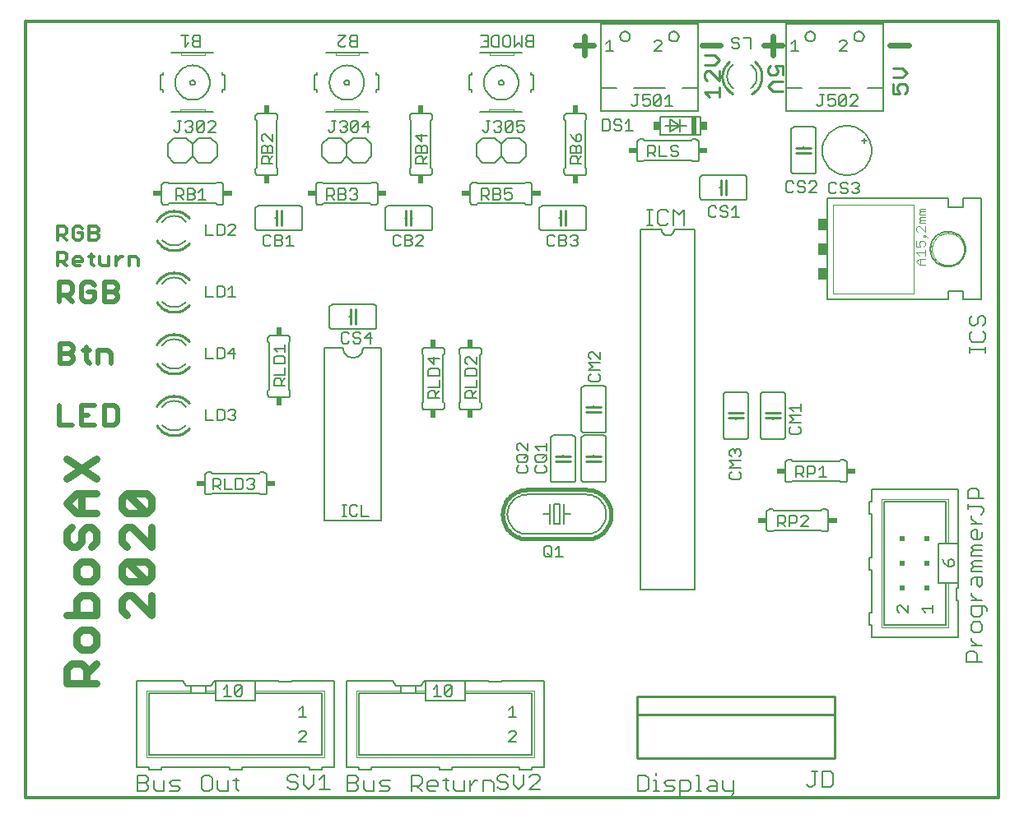
<source format=gto>
G75*
%MOIN*%
%OFA0B0*%
%FSLAX24Y24*%
%IPPOS*%
%LPD*%
%AMOC8*
5,1,8,0,0,1.08239X$1,22.5*
%
%ADD10C,0.0120*%
%ADD11C,0.0060*%
%ADD12C,0.0240*%
%ADD13C,0.0300*%
%ADD14C,0.0200*%
%ADD15C,0.0140*%
%ADD16C,0.0110*%
%ADD17C,0.0050*%
%ADD18C,0.0070*%
%ADD19C,0.0020*%
%ADD20C,0.0040*%
%ADD21R,0.0350X0.0500*%
%ADD22C,0.0000*%
%ADD23C,0.0100*%
%ADD24C,0.0160*%
%ADD25R,0.0200X0.0736*%
%ADD26R,0.0250X0.0335*%
%ADD27R,0.0240X0.0340*%
%ADD28R,0.0340X0.0240*%
%ADD29R,0.0200X0.0200*%
D10*
X013160Y000180D02*
X013160Y031676D01*
X052530Y031676D01*
X052530Y000180D01*
X013160Y000180D01*
D11*
X017690Y000460D02*
X018011Y000460D01*
X018117Y000567D01*
X018117Y000674D01*
X018011Y000780D01*
X017690Y000780D01*
X017690Y000460D02*
X017690Y001101D01*
X018011Y001101D01*
X018117Y000994D01*
X018117Y000887D01*
X018011Y000780D01*
X018335Y000887D02*
X018335Y000567D01*
X018442Y000460D01*
X018762Y000460D01*
X018762Y000887D01*
X018979Y000780D02*
X019086Y000887D01*
X019406Y000887D01*
X019300Y000674D02*
X019086Y000674D01*
X018979Y000780D01*
X018979Y000460D02*
X019300Y000460D01*
X019406Y000567D01*
X019300Y000674D01*
X018660Y001330D02*
X018660Y001430D01*
X021410Y001430D01*
X021410Y001330D01*
X021910Y001330D01*
X021910Y001430D01*
X024660Y001430D01*
X024660Y001330D01*
X025160Y001330D01*
X025160Y001430D01*
X025660Y001430D01*
X025660Y004930D01*
X023910Y004930D01*
X023910Y004880D01*
X023410Y004880D01*
X023410Y004930D01*
X022460Y004930D01*
X022460Y004530D01*
X022460Y004430D01*
X025160Y004430D01*
X025160Y001930D01*
X018160Y001930D01*
X018160Y004430D01*
X019860Y004430D01*
X020460Y004430D01*
X020860Y004430D01*
X020860Y004530D01*
X020860Y004930D01*
X022460Y004930D01*
X022460Y004430D02*
X022460Y004130D01*
X020860Y004130D01*
X020860Y004430D01*
X020660Y004730D02*
X020460Y004730D01*
X019860Y004730D01*
X019860Y004530D01*
X019860Y004430D01*
X019860Y004730D02*
X019660Y004730D01*
X019510Y004930D01*
X017660Y004930D01*
X017660Y001430D01*
X018160Y001430D01*
X018160Y001330D01*
X018660Y001330D01*
X020269Y000994D02*
X020269Y000567D01*
X020375Y000460D01*
X020589Y000460D01*
X020696Y000567D01*
X020696Y000994D01*
X020589Y001101D01*
X020375Y001101D01*
X020269Y000994D01*
X020913Y000887D02*
X020913Y000567D01*
X021020Y000460D01*
X021340Y000460D01*
X021340Y000887D01*
X021558Y000887D02*
X021771Y000887D01*
X021664Y000994D02*
X021664Y000567D01*
X021771Y000460D01*
X020460Y004430D02*
X020460Y004530D01*
X020460Y004730D01*
X020660Y004730D02*
X020810Y004930D01*
X020860Y004930D01*
X026160Y004930D02*
X026160Y001430D01*
X026660Y001430D01*
X026660Y001330D01*
X027160Y001330D01*
X027160Y001430D01*
X029910Y001430D01*
X029910Y001330D01*
X030410Y001330D01*
X030410Y001430D01*
X033160Y001430D01*
X033160Y001330D01*
X033660Y001330D01*
X033660Y001430D01*
X034160Y001430D01*
X034160Y004930D01*
X032410Y004930D01*
X032410Y004880D01*
X031910Y004880D01*
X031910Y004930D01*
X030960Y004930D01*
X030960Y004530D01*
X030960Y004430D01*
X033660Y004430D01*
X033660Y001930D01*
X026660Y001930D01*
X026660Y004430D01*
X028360Y004430D01*
X028960Y004430D01*
X029360Y004430D01*
X029360Y004530D01*
X029360Y004930D01*
X030960Y004930D01*
X030960Y004430D02*
X030960Y004130D01*
X029360Y004130D01*
X029360Y004430D01*
X029160Y004730D02*
X028960Y004730D01*
X028360Y004730D01*
X028360Y004530D01*
X028360Y004430D01*
X028360Y004730D02*
X028160Y004730D01*
X028010Y004930D01*
X026160Y004930D01*
X028960Y004730D02*
X028960Y004530D01*
X028960Y004430D01*
X029160Y004730D02*
X029310Y004930D01*
X029360Y004930D01*
X029089Y001101D02*
X028769Y001101D01*
X028769Y000460D01*
X028769Y000674D02*
X029089Y000674D01*
X029196Y000780D01*
X029196Y000994D01*
X029089Y001101D01*
X028982Y000674D02*
X029196Y000460D01*
X029413Y000567D02*
X029413Y000780D01*
X029520Y000887D01*
X029733Y000887D01*
X029840Y000780D01*
X029840Y000674D01*
X029413Y000674D01*
X029413Y000567D02*
X029520Y000460D01*
X029733Y000460D01*
X030164Y000567D02*
X030164Y000994D01*
X030058Y000887D02*
X030271Y000887D01*
X030487Y000887D02*
X030487Y000567D01*
X030594Y000460D01*
X030914Y000460D01*
X030914Y000887D01*
X031132Y000887D02*
X031132Y000460D01*
X031132Y000674D02*
X031345Y000887D01*
X031452Y000887D01*
X031669Y000887D02*
X031989Y000887D01*
X032096Y000780D01*
X032096Y000460D01*
X031669Y000460D02*
X031669Y000887D01*
X030271Y000460D02*
X030164Y000567D01*
X027906Y000567D02*
X027800Y000674D01*
X027586Y000674D01*
X027479Y000780D01*
X027586Y000887D01*
X027906Y000887D01*
X027906Y000567D02*
X027800Y000460D01*
X027479Y000460D01*
X027262Y000460D02*
X027262Y000887D01*
X027262Y000460D02*
X026942Y000460D01*
X026835Y000567D01*
X026835Y000887D01*
X026617Y000887D02*
X026511Y000780D01*
X026190Y000780D01*
X026190Y000460D02*
X026511Y000460D01*
X026617Y000567D01*
X026617Y000674D01*
X026511Y000780D01*
X026617Y000887D02*
X026617Y000994D01*
X026511Y001101D01*
X026190Y001101D01*
X026190Y000460D01*
X037940Y000460D02*
X038261Y000460D01*
X038367Y000567D01*
X038367Y000994D01*
X038261Y001101D01*
X037940Y001101D01*
X037940Y000460D01*
X038585Y000460D02*
X038798Y000460D01*
X038692Y000460D02*
X038692Y000887D01*
X038585Y000887D01*
X038692Y001101D02*
X038692Y001207D01*
X039015Y000780D02*
X039121Y000887D01*
X039442Y000887D01*
X039659Y000887D02*
X039659Y000246D01*
X039659Y000460D02*
X039979Y000460D01*
X040086Y000567D01*
X040086Y000780D01*
X039979Y000887D01*
X039659Y000887D01*
X039442Y000567D02*
X039335Y000674D01*
X039121Y000674D01*
X039015Y000780D01*
X039015Y000460D02*
X039335Y000460D01*
X039442Y000567D01*
X040304Y000460D02*
X040517Y000460D01*
X040410Y000460D02*
X040410Y001101D01*
X040304Y001101D01*
X040840Y000887D02*
X041054Y000887D01*
X041160Y000780D01*
X041160Y000460D01*
X040840Y000460D01*
X040733Y000567D01*
X040840Y000674D01*
X041160Y000674D01*
X041378Y000567D02*
X041485Y000460D01*
X041805Y000460D01*
X041805Y000353D02*
X041805Y000887D01*
X041378Y000887D02*
X041378Y000567D01*
X041591Y000246D02*
X041698Y000246D01*
X041805Y000353D01*
X047410Y006680D02*
X050910Y006680D01*
X050910Y008180D01*
X050860Y008180D01*
X050860Y008680D01*
X050910Y008680D01*
X050910Y008880D01*
X050510Y008880D01*
X050410Y008880D01*
X050410Y007180D01*
X047910Y007180D01*
X047910Y012180D01*
X050410Y012180D01*
X050410Y010480D01*
X050510Y010480D01*
X050910Y010480D01*
X050910Y008880D01*
X050410Y008880D02*
X050110Y008880D01*
X050110Y010480D01*
X050410Y010480D01*
X050910Y010480D02*
X050910Y012680D01*
X047410Y012680D01*
X047410Y012180D01*
X047310Y012180D01*
X047310Y011680D01*
X047410Y011680D01*
X047410Y009930D01*
X047310Y009930D01*
X047310Y009430D01*
X047410Y009430D01*
X047410Y007680D01*
X047310Y007680D01*
X047310Y007180D01*
X047410Y007180D01*
X047410Y006680D01*
X051240Y006030D02*
X051240Y005710D01*
X051880Y005710D01*
X051667Y005710D02*
X051667Y006030D01*
X051560Y006137D01*
X051347Y006137D01*
X051240Y006030D01*
X051453Y006355D02*
X051880Y006355D01*
X051667Y006355D02*
X051453Y006568D01*
X051453Y006675D01*
X051560Y006892D02*
X051774Y006892D01*
X051880Y006998D01*
X051880Y007212D01*
X051774Y007319D01*
X051560Y007319D01*
X051453Y007212D01*
X051453Y006998D01*
X051560Y006892D01*
X051560Y007536D02*
X051774Y007536D01*
X051880Y007643D01*
X051880Y007963D01*
X051987Y007963D02*
X051453Y007963D01*
X051453Y007643D01*
X051560Y007536D01*
X052094Y007750D02*
X052094Y007856D01*
X051987Y007963D01*
X051880Y008181D02*
X051453Y008181D01*
X051453Y008394D02*
X051453Y008501D01*
X051453Y008394D02*
X051667Y008181D01*
X051774Y008718D02*
X051667Y008825D01*
X051667Y009145D01*
X051560Y009145D02*
X051880Y009145D01*
X051880Y008825D01*
X051774Y008718D01*
X051453Y008825D02*
X051453Y009038D01*
X051560Y009145D01*
X051453Y009362D02*
X051453Y009469D01*
X051560Y009576D01*
X051453Y009683D01*
X051560Y009789D01*
X051880Y009789D01*
X051880Y009576D02*
X051560Y009576D01*
X051453Y009362D02*
X051880Y009362D01*
X051880Y010007D02*
X051453Y010007D01*
X051453Y010114D01*
X051560Y010221D01*
X051453Y010327D01*
X051560Y010434D01*
X051880Y010434D01*
X051880Y010221D02*
X051560Y010221D01*
X051560Y010652D02*
X051453Y010758D01*
X051453Y010972D01*
X051560Y011079D01*
X051667Y011079D01*
X051667Y010652D01*
X051774Y010652D02*
X051560Y010652D01*
X051774Y010652D02*
X051880Y010758D01*
X051880Y010972D01*
X051880Y011296D02*
X051453Y011296D01*
X051453Y011510D02*
X051453Y011616D01*
X051453Y011510D02*
X051667Y011296D01*
X046410Y013080D02*
X046410Y013780D01*
X046408Y013797D01*
X046404Y013814D01*
X046397Y013830D01*
X046387Y013844D01*
X046374Y013857D01*
X046360Y013867D01*
X046344Y013874D01*
X046327Y013878D01*
X046310Y013880D01*
X046160Y013880D01*
X046110Y013830D01*
X044210Y013830D01*
X044160Y013880D01*
X044010Y013880D01*
X043993Y013878D01*
X043976Y013874D01*
X043960Y013867D01*
X043946Y013857D01*
X043933Y013844D01*
X043923Y013830D01*
X043916Y013814D01*
X043912Y013797D01*
X043910Y013780D01*
X043910Y013080D01*
X043912Y013063D01*
X043916Y013046D01*
X043923Y013030D01*
X043933Y013016D01*
X043946Y013003D01*
X043960Y012993D01*
X043976Y012986D01*
X043993Y012982D01*
X044010Y012980D01*
X044160Y012980D01*
X044210Y013030D01*
X046110Y013030D01*
X046160Y012980D01*
X046310Y012980D01*
X046327Y012982D01*
X046344Y012986D01*
X046360Y012993D01*
X046374Y013003D01*
X046387Y013016D01*
X046397Y013030D01*
X046404Y013046D01*
X046408Y013063D01*
X046410Y013080D01*
X045560Y011880D02*
X045410Y011880D01*
X045360Y011830D01*
X043460Y011830D01*
X043410Y011880D01*
X043260Y011880D01*
X043243Y011878D01*
X043226Y011874D01*
X043210Y011867D01*
X043196Y011857D01*
X043183Y011844D01*
X043173Y011830D01*
X043166Y011814D01*
X043162Y011797D01*
X043160Y011780D01*
X043160Y011080D01*
X043162Y011063D01*
X043166Y011046D01*
X043173Y011030D01*
X043183Y011016D01*
X043196Y011003D01*
X043210Y010993D01*
X043226Y010986D01*
X043243Y010982D01*
X043260Y010980D01*
X043410Y010980D01*
X043460Y011030D01*
X045360Y011030D01*
X045410Y010980D01*
X045560Y010980D01*
X045577Y010982D01*
X045594Y010986D01*
X045610Y010993D01*
X045624Y011003D01*
X045637Y011016D01*
X045647Y011030D01*
X045654Y011046D01*
X045658Y011063D01*
X045660Y011080D01*
X045660Y011780D01*
X045658Y011797D01*
X045654Y011814D01*
X045647Y011830D01*
X045637Y011844D01*
X045624Y011857D01*
X045610Y011867D01*
X045594Y011874D01*
X045577Y011878D01*
X045560Y011880D01*
X043810Y014730D02*
X043010Y014730D01*
X042993Y014732D01*
X042976Y014736D01*
X042960Y014743D01*
X042946Y014753D01*
X042933Y014766D01*
X042923Y014780D01*
X042916Y014796D01*
X042912Y014813D01*
X042910Y014830D01*
X042910Y016530D01*
X042912Y016547D01*
X042916Y016564D01*
X042923Y016580D01*
X042933Y016594D01*
X042946Y016607D01*
X042960Y016617D01*
X042976Y016624D01*
X042993Y016628D01*
X043010Y016630D01*
X043810Y016630D01*
X043827Y016628D01*
X043844Y016624D01*
X043860Y016617D01*
X043874Y016607D01*
X043887Y016594D01*
X043897Y016580D01*
X043904Y016564D01*
X043908Y016547D01*
X043910Y016530D01*
X043910Y014830D01*
X043908Y014813D01*
X043904Y014796D01*
X043897Y014780D01*
X043887Y014766D01*
X043874Y014753D01*
X043860Y014743D01*
X043844Y014736D01*
X043827Y014732D01*
X043810Y014730D01*
X043410Y015530D02*
X043410Y015580D01*
X043410Y015780D02*
X043410Y015830D01*
X042410Y016530D02*
X042410Y014830D01*
X042408Y014813D01*
X042404Y014796D01*
X042397Y014780D01*
X042387Y014766D01*
X042374Y014753D01*
X042360Y014743D01*
X042344Y014736D01*
X042327Y014732D01*
X042310Y014730D01*
X041510Y014730D01*
X041493Y014732D01*
X041476Y014736D01*
X041460Y014743D01*
X041446Y014753D01*
X041433Y014766D01*
X041423Y014780D01*
X041416Y014796D01*
X041412Y014813D01*
X041410Y014830D01*
X041410Y016530D01*
X041412Y016547D01*
X041416Y016564D01*
X041423Y016580D01*
X041433Y016594D01*
X041446Y016607D01*
X041460Y016617D01*
X041476Y016624D01*
X041493Y016628D01*
X041510Y016630D01*
X042310Y016630D01*
X042327Y016628D01*
X042344Y016624D01*
X042360Y016617D01*
X042374Y016607D01*
X042387Y016594D01*
X042397Y016580D01*
X042404Y016564D01*
X042408Y016547D01*
X042410Y016530D01*
X041910Y015830D02*
X041910Y015780D01*
X041910Y015580D02*
X041910Y015530D01*
X036660Y015080D02*
X036660Y016780D01*
X036658Y016797D01*
X036654Y016814D01*
X036647Y016830D01*
X036637Y016844D01*
X036624Y016857D01*
X036610Y016867D01*
X036594Y016874D01*
X036577Y016878D01*
X036560Y016880D01*
X035760Y016880D01*
X035743Y016878D01*
X035726Y016874D01*
X035710Y016867D01*
X035696Y016857D01*
X035683Y016844D01*
X035673Y016830D01*
X035666Y016814D01*
X035662Y016797D01*
X035660Y016780D01*
X035660Y015080D01*
X035662Y015063D01*
X035666Y015046D01*
X035673Y015030D01*
X035683Y015016D01*
X035696Y015003D01*
X035710Y014993D01*
X035726Y014986D01*
X035743Y014982D01*
X035760Y014980D01*
X036560Y014980D01*
X036577Y014982D01*
X036594Y014986D01*
X036610Y014993D01*
X036624Y015003D01*
X036637Y015016D01*
X036647Y015030D01*
X036654Y015046D01*
X036658Y015063D01*
X036660Y015080D01*
X036560Y014880D02*
X035760Y014880D01*
X035743Y014878D01*
X035726Y014874D01*
X035710Y014867D01*
X035696Y014857D01*
X035683Y014844D01*
X035673Y014830D01*
X035666Y014814D01*
X035662Y014797D01*
X035660Y014780D01*
X035660Y013080D01*
X035662Y013063D01*
X035666Y013046D01*
X035673Y013030D01*
X035683Y013016D01*
X035696Y013003D01*
X035710Y012993D01*
X035726Y012986D01*
X035743Y012982D01*
X035760Y012980D01*
X036560Y012980D01*
X036577Y012982D01*
X036594Y012986D01*
X036610Y012993D01*
X036624Y013003D01*
X036637Y013016D01*
X036647Y013030D01*
X036654Y013046D01*
X036658Y013063D01*
X036660Y013080D01*
X036660Y014780D01*
X036658Y014797D01*
X036654Y014814D01*
X036647Y014830D01*
X036637Y014844D01*
X036624Y014857D01*
X036610Y014867D01*
X036594Y014874D01*
X036577Y014878D01*
X036560Y014880D01*
X036160Y014080D02*
X036160Y014030D01*
X036160Y013830D02*
X036160Y013780D01*
X035410Y013080D02*
X035410Y014780D01*
X035408Y014797D01*
X035404Y014814D01*
X035397Y014830D01*
X035387Y014844D01*
X035374Y014857D01*
X035360Y014867D01*
X035344Y014874D01*
X035327Y014878D01*
X035310Y014880D01*
X034510Y014880D01*
X034493Y014878D01*
X034476Y014874D01*
X034460Y014867D01*
X034446Y014857D01*
X034433Y014844D01*
X034423Y014830D01*
X034416Y014814D01*
X034412Y014797D01*
X034410Y014780D01*
X034410Y013080D01*
X034412Y013063D01*
X034416Y013046D01*
X034423Y013030D01*
X034433Y013016D01*
X034446Y013003D01*
X034460Y012993D01*
X034476Y012986D01*
X034493Y012982D01*
X034510Y012980D01*
X035310Y012980D01*
X035327Y012982D01*
X035344Y012986D01*
X035360Y012993D01*
X035374Y013003D01*
X035387Y013016D01*
X035397Y013030D01*
X035404Y013046D01*
X035408Y013063D01*
X035410Y013080D01*
X034910Y013780D02*
X034910Y013830D01*
X034910Y014030D02*
X034910Y014080D01*
X035860Y012480D02*
X033460Y012480D01*
X033404Y012478D01*
X033349Y012472D01*
X033294Y012463D01*
X033239Y012449D01*
X033186Y012432D01*
X033135Y012411D01*
X033084Y012386D01*
X033036Y012358D01*
X032990Y012327D01*
X032946Y012293D01*
X032904Y012255D01*
X032865Y012215D01*
X032830Y012173D01*
X032797Y012127D01*
X032767Y012080D01*
X032741Y012031D01*
X032718Y011980D01*
X032699Y011927D01*
X032684Y011874D01*
X032672Y011819D01*
X032664Y011764D01*
X032660Y011708D01*
X032660Y011652D01*
X032664Y011596D01*
X032672Y011541D01*
X032684Y011486D01*
X032699Y011433D01*
X032718Y011380D01*
X032741Y011329D01*
X032767Y011280D01*
X032797Y011233D01*
X032830Y011187D01*
X032865Y011145D01*
X032904Y011105D01*
X032946Y011067D01*
X032990Y011033D01*
X033036Y011002D01*
X033084Y010974D01*
X033135Y010949D01*
X033186Y010928D01*
X033239Y010911D01*
X033294Y010897D01*
X033349Y010888D01*
X033404Y010882D01*
X033460Y010880D01*
X035860Y010880D01*
X034930Y011280D02*
X034930Y011680D01*
X034930Y012080D01*
X034790Y012080D02*
X034790Y011280D01*
X034540Y011280D01*
X034540Y012080D01*
X034790Y012080D01*
X034390Y012080D02*
X034390Y011680D01*
X034110Y011680D01*
X034390Y011680D02*
X034390Y011280D01*
X034930Y011680D02*
X035210Y011680D01*
X035860Y010880D02*
X035916Y010882D01*
X035971Y010888D01*
X036026Y010897D01*
X036081Y010911D01*
X036134Y010928D01*
X036185Y010949D01*
X036236Y010974D01*
X036284Y011002D01*
X036330Y011033D01*
X036374Y011067D01*
X036416Y011105D01*
X036455Y011145D01*
X036490Y011187D01*
X036523Y011233D01*
X036553Y011280D01*
X036579Y011329D01*
X036602Y011380D01*
X036621Y011433D01*
X036636Y011486D01*
X036648Y011541D01*
X036656Y011596D01*
X036660Y011652D01*
X036660Y011708D01*
X036656Y011764D01*
X036648Y011819D01*
X036636Y011874D01*
X036621Y011927D01*
X036602Y011980D01*
X036579Y012031D01*
X036553Y012080D01*
X036523Y012127D01*
X036490Y012173D01*
X036455Y012215D01*
X036416Y012255D01*
X036374Y012293D01*
X036330Y012327D01*
X036284Y012358D01*
X036236Y012386D01*
X036185Y012411D01*
X036134Y012432D01*
X036081Y012449D01*
X036026Y012463D01*
X035971Y012472D01*
X035916Y012478D01*
X035860Y012480D01*
X036160Y015780D02*
X036160Y015830D01*
X036160Y016030D02*
X036160Y016080D01*
X031610Y016030D02*
X031610Y016180D01*
X031560Y016230D01*
X031560Y018130D01*
X031610Y018180D01*
X031610Y018330D01*
X031608Y018347D01*
X031604Y018364D01*
X031597Y018380D01*
X031587Y018394D01*
X031574Y018407D01*
X031560Y018417D01*
X031544Y018424D01*
X031527Y018428D01*
X031510Y018430D01*
X030810Y018430D01*
X030793Y018428D01*
X030776Y018424D01*
X030760Y018417D01*
X030746Y018407D01*
X030733Y018394D01*
X030723Y018380D01*
X030716Y018364D01*
X030712Y018347D01*
X030710Y018330D01*
X030710Y018180D01*
X030760Y018130D01*
X030760Y016230D01*
X030710Y016180D01*
X030710Y016030D01*
X030712Y016013D01*
X030716Y015996D01*
X030723Y015980D01*
X030733Y015966D01*
X030746Y015953D01*
X030760Y015943D01*
X030776Y015936D01*
X030793Y015932D01*
X030810Y015930D01*
X031510Y015930D01*
X031527Y015932D01*
X031544Y015936D01*
X031560Y015943D01*
X031574Y015953D01*
X031587Y015966D01*
X031597Y015980D01*
X031604Y015996D01*
X031608Y016013D01*
X031610Y016030D01*
X030110Y016030D02*
X030110Y016180D01*
X030060Y016230D01*
X030060Y018130D01*
X030110Y018180D01*
X030110Y018330D01*
X030108Y018347D01*
X030104Y018364D01*
X030097Y018380D01*
X030087Y018394D01*
X030074Y018407D01*
X030060Y018417D01*
X030044Y018424D01*
X030027Y018428D01*
X030010Y018430D01*
X029310Y018430D01*
X029293Y018428D01*
X029276Y018424D01*
X029260Y018417D01*
X029246Y018407D01*
X029233Y018394D01*
X029223Y018380D01*
X029216Y018364D01*
X029212Y018347D01*
X029210Y018330D01*
X029210Y018180D01*
X029260Y018130D01*
X029260Y016230D01*
X029210Y016180D01*
X029210Y016030D01*
X029212Y016013D01*
X029216Y015996D01*
X029223Y015980D01*
X029233Y015966D01*
X029246Y015953D01*
X029260Y015943D01*
X029276Y015936D01*
X029293Y015932D01*
X029310Y015930D01*
X030010Y015930D01*
X030027Y015932D01*
X030044Y015936D01*
X030060Y015943D01*
X030074Y015953D01*
X030087Y015966D01*
X030097Y015980D01*
X030104Y015996D01*
X030108Y016013D01*
X030110Y016030D01*
X027560Y018430D02*
X026810Y018430D01*
X026808Y018391D01*
X026802Y018352D01*
X026793Y018314D01*
X026780Y018277D01*
X026763Y018241D01*
X026743Y018208D01*
X026719Y018176D01*
X026693Y018147D01*
X026664Y018121D01*
X026632Y018097D01*
X026599Y018077D01*
X026563Y018060D01*
X026526Y018047D01*
X026488Y018038D01*
X026449Y018032D01*
X026410Y018030D01*
X026371Y018032D01*
X026332Y018038D01*
X026294Y018047D01*
X026257Y018060D01*
X026221Y018077D01*
X026188Y018097D01*
X026156Y018121D01*
X026127Y018147D01*
X026101Y018176D01*
X026077Y018208D01*
X026057Y018241D01*
X026040Y018277D01*
X026027Y018314D01*
X026018Y018352D01*
X026012Y018391D01*
X026010Y018430D01*
X025260Y018430D01*
X025260Y011430D01*
X027560Y011430D01*
X027560Y018430D01*
X027260Y019180D02*
X025560Y019180D01*
X025543Y019182D01*
X025526Y019186D01*
X025510Y019193D01*
X025496Y019203D01*
X025483Y019216D01*
X025473Y019230D01*
X025466Y019246D01*
X025462Y019263D01*
X025460Y019280D01*
X025460Y020080D01*
X025462Y020097D01*
X025466Y020114D01*
X025473Y020130D01*
X025483Y020144D01*
X025496Y020157D01*
X025510Y020167D01*
X025526Y020174D01*
X025543Y020178D01*
X025560Y020180D01*
X027260Y020180D01*
X027277Y020178D01*
X027294Y020174D01*
X027310Y020167D01*
X027324Y020157D01*
X027337Y020144D01*
X027347Y020130D01*
X027354Y020114D01*
X027358Y020097D01*
X027360Y020080D01*
X027360Y019280D01*
X027358Y019263D01*
X027354Y019246D01*
X027347Y019230D01*
X027337Y019216D01*
X027324Y019203D01*
X027310Y019193D01*
X027294Y019186D01*
X027277Y019182D01*
X027260Y019180D01*
X026560Y019680D02*
X026510Y019680D01*
X026310Y019680D02*
X026260Y019680D01*
X023860Y018830D02*
X023860Y018680D01*
X023810Y018630D01*
X023810Y016730D01*
X023860Y016680D01*
X023860Y016530D01*
X023858Y016513D01*
X023854Y016496D01*
X023847Y016480D01*
X023837Y016466D01*
X023824Y016453D01*
X023810Y016443D01*
X023794Y016436D01*
X023777Y016432D01*
X023760Y016430D01*
X023060Y016430D01*
X023043Y016432D01*
X023026Y016436D01*
X023010Y016443D01*
X022996Y016453D01*
X022983Y016466D01*
X022973Y016480D01*
X022966Y016496D01*
X022962Y016513D01*
X022960Y016530D01*
X022960Y016680D01*
X023010Y016730D01*
X023010Y018630D01*
X022960Y018680D01*
X022960Y018830D01*
X022962Y018847D01*
X022966Y018864D01*
X022973Y018880D01*
X022983Y018894D01*
X022996Y018907D01*
X023010Y018917D01*
X023026Y018924D01*
X023043Y018928D01*
X023060Y018930D01*
X023760Y018930D01*
X023777Y018928D01*
X023794Y018924D01*
X023810Y018917D01*
X023824Y018907D01*
X023837Y018894D01*
X023847Y018880D01*
X023854Y018864D01*
X023858Y018847D01*
X023860Y018830D01*
X019160Y017580D02*
X019115Y017582D01*
X019069Y017587D01*
X019025Y017595D01*
X018981Y017607D01*
X018938Y017623D01*
X018896Y017641D01*
X018856Y017663D01*
X018818Y017687D01*
X018782Y017714D01*
X018747Y017744D01*
X018716Y017777D01*
X018686Y017812D01*
X019160Y018780D02*
X019207Y018778D01*
X019255Y018772D01*
X019301Y018763D01*
X019347Y018750D01*
X019391Y018734D01*
X019435Y018713D01*
X019476Y018690D01*
X019515Y018664D01*
X019552Y018634D01*
X019587Y018601D01*
X019619Y018566D01*
X019648Y018529D01*
X019160Y018780D02*
X019114Y018778D01*
X019068Y018773D01*
X019022Y018764D01*
X018977Y018752D01*
X018934Y018736D01*
X018892Y018717D01*
X018851Y018694D01*
X018812Y018669D01*
X018776Y018641D01*
X018741Y018610D01*
X018709Y018576D01*
X018680Y018540D01*
X019160Y017580D02*
X019205Y017582D01*
X019251Y017587D01*
X019295Y017595D01*
X019339Y017607D01*
X019382Y017623D01*
X019424Y017641D01*
X019464Y017663D01*
X019502Y017687D01*
X019538Y017714D01*
X019573Y017744D01*
X019604Y017777D01*
X019634Y017812D01*
X018686Y015312D02*
X018716Y015277D01*
X018747Y015244D01*
X018782Y015214D01*
X018818Y015187D01*
X018856Y015163D01*
X018896Y015141D01*
X018938Y015123D01*
X018981Y015107D01*
X019025Y015095D01*
X019069Y015087D01*
X019115Y015082D01*
X019160Y015080D01*
X018680Y016040D02*
X018709Y016076D01*
X018741Y016110D01*
X018776Y016141D01*
X018812Y016169D01*
X018851Y016194D01*
X018892Y016217D01*
X018934Y016236D01*
X018977Y016252D01*
X019022Y016264D01*
X019068Y016273D01*
X019114Y016278D01*
X019160Y016280D01*
X019634Y015312D02*
X019604Y015277D01*
X019573Y015244D01*
X019538Y015214D01*
X019502Y015187D01*
X019464Y015163D01*
X019424Y015141D01*
X019382Y015123D01*
X019339Y015107D01*
X019295Y015095D01*
X019251Y015087D01*
X019205Y015082D01*
X019160Y015080D01*
X019648Y016029D02*
X019619Y016066D01*
X019587Y016101D01*
X019552Y016134D01*
X019515Y016164D01*
X019476Y016190D01*
X019435Y016213D01*
X019391Y016234D01*
X019347Y016250D01*
X019301Y016263D01*
X019255Y016272D01*
X019207Y016278D01*
X019160Y016280D01*
X020510Y013380D02*
X020660Y013380D01*
X020710Y013330D01*
X022610Y013330D01*
X022660Y013380D01*
X022810Y013380D01*
X022827Y013378D01*
X022844Y013374D01*
X022860Y013367D01*
X022874Y013357D01*
X022887Y013344D01*
X022897Y013330D01*
X022904Y013314D01*
X022908Y013297D01*
X022910Y013280D01*
X022910Y012580D01*
X022908Y012563D01*
X022904Y012546D01*
X022897Y012530D01*
X022887Y012516D01*
X022874Y012503D01*
X022860Y012493D01*
X022844Y012486D01*
X022827Y012482D01*
X022810Y012480D01*
X022660Y012480D01*
X022610Y012530D01*
X020710Y012530D01*
X020660Y012480D01*
X020510Y012480D01*
X020493Y012482D01*
X020476Y012486D01*
X020460Y012493D01*
X020446Y012503D01*
X020433Y012516D01*
X020423Y012530D01*
X020416Y012546D01*
X020412Y012563D01*
X020410Y012580D01*
X020410Y013280D01*
X020412Y013297D01*
X020416Y013314D01*
X020423Y013330D01*
X020433Y013344D01*
X020446Y013357D01*
X020460Y013367D01*
X020476Y013374D01*
X020493Y013378D01*
X020510Y013380D01*
X018680Y021040D02*
X018709Y021076D01*
X018741Y021110D01*
X018776Y021141D01*
X018812Y021169D01*
X018851Y021194D01*
X018892Y021217D01*
X018934Y021236D01*
X018977Y021252D01*
X019022Y021264D01*
X019068Y021273D01*
X019114Y021278D01*
X019160Y021280D01*
X018686Y020312D02*
X018716Y020277D01*
X018747Y020244D01*
X018782Y020214D01*
X018818Y020187D01*
X018856Y020163D01*
X018896Y020141D01*
X018938Y020123D01*
X018981Y020107D01*
X019025Y020095D01*
X019069Y020087D01*
X019115Y020082D01*
X019160Y020080D01*
X019648Y021029D02*
X019619Y021066D01*
X019587Y021101D01*
X019552Y021134D01*
X019515Y021164D01*
X019476Y021190D01*
X019435Y021213D01*
X019391Y021234D01*
X019347Y021250D01*
X019301Y021263D01*
X019255Y021272D01*
X019207Y021278D01*
X019160Y021280D01*
X019634Y020312D02*
X019604Y020277D01*
X019573Y020244D01*
X019538Y020214D01*
X019502Y020187D01*
X019464Y020163D01*
X019424Y020141D01*
X019382Y020123D01*
X019339Y020107D01*
X019295Y020095D01*
X019251Y020087D01*
X019205Y020082D01*
X019160Y020080D01*
X018680Y023540D02*
X018709Y023576D01*
X018741Y023610D01*
X018776Y023641D01*
X018812Y023669D01*
X018851Y023694D01*
X018892Y023717D01*
X018934Y023736D01*
X018977Y023752D01*
X019022Y023764D01*
X019068Y023773D01*
X019114Y023778D01*
X019160Y023780D01*
X018910Y024230D02*
X018960Y024280D01*
X020860Y024280D01*
X020910Y024230D01*
X021060Y024230D01*
X021077Y024232D01*
X021094Y024236D01*
X021110Y024243D01*
X021124Y024253D01*
X021137Y024266D01*
X021147Y024280D01*
X021154Y024296D01*
X021158Y024313D01*
X021160Y024330D01*
X021160Y025030D01*
X021158Y025047D01*
X021154Y025064D01*
X021147Y025080D01*
X021137Y025094D01*
X021124Y025107D01*
X021110Y025117D01*
X021094Y025124D01*
X021077Y025128D01*
X021060Y025130D01*
X020910Y025130D01*
X020860Y025080D01*
X018960Y025080D01*
X018910Y025130D01*
X018760Y025130D01*
X018743Y025128D01*
X018726Y025124D01*
X018710Y025117D01*
X018696Y025107D01*
X018683Y025094D01*
X018673Y025080D01*
X018666Y025064D01*
X018662Y025047D01*
X018660Y025030D01*
X018660Y024330D01*
X018662Y024313D01*
X018666Y024296D01*
X018673Y024280D01*
X018683Y024266D01*
X018696Y024253D01*
X018710Y024243D01*
X018726Y024236D01*
X018743Y024232D01*
X018760Y024230D01*
X018910Y024230D01*
X019160Y023780D02*
X019207Y023778D01*
X019255Y023772D01*
X019301Y023763D01*
X019347Y023750D01*
X019391Y023734D01*
X019435Y023713D01*
X019476Y023690D01*
X019515Y023664D01*
X019552Y023634D01*
X019587Y023601D01*
X019619Y023566D01*
X019648Y023529D01*
X019160Y022580D02*
X019115Y022582D01*
X019069Y022587D01*
X019025Y022595D01*
X018981Y022607D01*
X018938Y022623D01*
X018896Y022641D01*
X018856Y022663D01*
X018818Y022687D01*
X018782Y022714D01*
X018747Y022744D01*
X018716Y022777D01*
X018686Y022812D01*
X019160Y022580D02*
X019205Y022582D01*
X019251Y022587D01*
X019295Y022595D01*
X019339Y022607D01*
X019382Y022623D01*
X019424Y022641D01*
X019464Y022663D01*
X019502Y022687D01*
X019538Y022714D01*
X019573Y022744D01*
X019604Y022777D01*
X019634Y022812D01*
X022460Y023280D02*
X022460Y024080D01*
X022462Y024097D01*
X022466Y024114D01*
X022473Y024130D01*
X022483Y024144D01*
X022496Y024157D01*
X022510Y024167D01*
X022526Y024174D01*
X022543Y024178D01*
X022560Y024180D01*
X024260Y024180D01*
X024277Y024178D01*
X024294Y024174D01*
X024310Y024167D01*
X024324Y024157D01*
X024337Y024144D01*
X024347Y024130D01*
X024354Y024114D01*
X024358Y024097D01*
X024360Y024080D01*
X024360Y023280D01*
X024358Y023263D01*
X024354Y023246D01*
X024347Y023230D01*
X024337Y023216D01*
X024324Y023203D01*
X024310Y023193D01*
X024294Y023186D01*
X024277Y023182D01*
X024260Y023180D01*
X022560Y023180D01*
X022543Y023182D01*
X022526Y023186D01*
X022510Y023193D01*
X022496Y023203D01*
X022483Y023216D01*
X022473Y023230D01*
X022466Y023246D01*
X022462Y023263D01*
X022460Y023280D01*
X023260Y023680D02*
X023310Y023680D01*
X023510Y023680D02*
X023560Y023680D01*
X024910Y024330D02*
X024910Y025030D01*
X024912Y025047D01*
X024916Y025064D01*
X024923Y025080D01*
X024933Y025094D01*
X024946Y025107D01*
X024960Y025117D01*
X024976Y025124D01*
X024993Y025128D01*
X025010Y025130D01*
X025160Y025130D01*
X025210Y025080D01*
X027110Y025080D01*
X027160Y025130D01*
X027310Y025130D01*
X027327Y025128D01*
X027344Y025124D01*
X027360Y025117D01*
X027374Y025107D01*
X027387Y025094D01*
X027397Y025080D01*
X027404Y025064D01*
X027408Y025047D01*
X027410Y025030D01*
X027410Y024330D01*
X027408Y024313D01*
X027404Y024296D01*
X027397Y024280D01*
X027387Y024266D01*
X027374Y024253D01*
X027360Y024243D01*
X027344Y024236D01*
X027327Y024232D01*
X027310Y024230D01*
X027160Y024230D01*
X027110Y024280D01*
X025210Y024280D01*
X025160Y024230D01*
X025010Y024230D01*
X024993Y024232D01*
X024976Y024236D01*
X024960Y024243D01*
X024946Y024253D01*
X024933Y024266D01*
X024923Y024280D01*
X024916Y024296D01*
X024912Y024313D01*
X024910Y024330D01*
X025410Y025930D02*
X025910Y025930D01*
X026160Y026180D01*
X026410Y025930D01*
X026910Y025930D01*
X027160Y026180D01*
X027160Y026680D01*
X026910Y026930D01*
X026410Y026930D01*
X026160Y026680D01*
X026160Y026180D01*
X026160Y026680D02*
X025910Y026930D01*
X025410Y026930D01*
X025160Y026680D01*
X025160Y026180D01*
X025410Y025930D01*
X023360Y025680D02*
X023360Y025530D01*
X023358Y025513D01*
X023354Y025496D01*
X023347Y025480D01*
X023337Y025466D01*
X023324Y025453D01*
X023310Y025443D01*
X023294Y025436D01*
X023277Y025432D01*
X023260Y025430D01*
X022560Y025430D01*
X022543Y025432D01*
X022526Y025436D01*
X022510Y025443D01*
X022496Y025453D01*
X022483Y025466D01*
X022473Y025480D01*
X022466Y025496D01*
X022462Y025513D01*
X022460Y025530D01*
X022460Y025680D01*
X022510Y025730D01*
X022510Y027630D01*
X022460Y027680D01*
X022460Y027830D01*
X022462Y027847D01*
X022466Y027864D01*
X022473Y027880D01*
X022483Y027894D01*
X022496Y027907D01*
X022510Y027917D01*
X022526Y027924D01*
X022543Y027928D01*
X022560Y027930D01*
X023260Y027930D01*
X023277Y027928D01*
X023294Y027924D01*
X023310Y027917D01*
X023324Y027907D01*
X023337Y027894D01*
X023347Y027880D01*
X023354Y027864D01*
X023358Y027847D01*
X023360Y027830D01*
X023360Y027680D01*
X023310Y027630D01*
X023310Y025730D01*
X023360Y025680D01*
X020910Y026180D02*
X020660Y025930D01*
X020160Y025930D01*
X019910Y026180D01*
X019660Y025930D01*
X019160Y025930D01*
X018910Y026180D01*
X018910Y026680D01*
X019160Y026930D01*
X019660Y026930D01*
X019910Y026680D01*
X020160Y026930D01*
X020660Y026930D01*
X020910Y026680D01*
X020910Y026180D01*
X019910Y026180D02*
X019910Y026680D01*
X019410Y027980D02*
X020410Y027980D01*
X020760Y027980D01*
X021110Y028780D02*
X021110Y028880D01*
X021210Y028880D01*
X021210Y029480D01*
X021110Y029480D01*
X021110Y029580D01*
X020760Y030380D02*
X020410Y030380D01*
X019460Y030380D01*
X019060Y030380D01*
X018710Y029580D02*
X018710Y029480D01*
X018610Y029480D01*
X018610Y028880D01*
X018710Y028880D01*
X018710Y028780D01*
X019060Y027980D02*
X019410Y027980D01*
X019810Y029180D02*
X019812Y029200D01*
X019818Y029218D01*
X019827Y029236D01*
X019839Y029251D01*
X019854Y029263D01*
X019872Y029272D01*
X019890Y029278D01*
X019910Y029280D01*
X019930Y029278D01*
X019948Y029272D01*
X019966Y029263D01*
X019981Y029251D01*
X019993Y029236D01*
X020002Y029218D01*
X020008Y029200D01*
X020010Y029180D01*
X020008Y029160D01*
X020002Y029142D01*
X019993Y029124D01*
X019981Y029109D01*
X019966Y029097D01*
X019948Y029088D01*
X019930Y029082D01*
X019910Y029080D01*
X019890Y029082D01*
X019872Y029088D01*
X019854Y029097D01*
X019839Y029109D01*
X019827Y029124D01*
X019818Y029142D01*
X019812Y029160D01*
X019810Y029180D01*
X019210Y029180D02*
X019212Y029232D01*
X019218Y029284D01*
X019228Y029336D01*
X019241Y029386D01*
X019258Y029436D01*
X019279Y029484D01*
X019304Y029530D01*
X019332Y029574D01*
X019363Y029616D01*
X019397Y029656D01*
X019434Y029693D01*
X019474Y029727D01*
X019516Y029758D01*
X019560Y029786D01*
X019606Y029811D01*
X019654Y029832D01*
X019704Y029849D01*
X019754Y029862D01*
X019806Y029872D01*
X019858Y029878D01*
X019910Y029880D01*
X019962Y029878D01*
X020014Y029872D01*
X020066Y029862D01*
X020116Y029849D01*
X020166Y029832D01*
X020214Y029811D01*
X020260Y029786D01*
X020304Y029758D01*
X020346Y029727D01*
X020386Y029693D01*
X020423Y029656D01*
X020457Y029616D01*
X020488Y029574D01*
X020516Y029530D01*
X020541Y029484D01*
X020562Y029436D01*
X020579Y029386D01*
X020592Y029336D01*
X020602Y029284D01*
X020608Y029232D01*
X020610Y029180D01*
X020608Y029128D01*
X020602Y029076D01*
X020592Y029024D01*
X020579Y028974D01*
X020562Y028924D01*
X020541Y028876D01*
X020516Y028830D01*
X020488Y028786D01*
X020457Y028744D01*
X020423Y028704D01*
X020386Y028667D01*
X020346Y028633D01*
X020304Y028602D01*
X020260Y028574D01*
X020214Y028549D01*
X020166Y028528D01*
X020116Y028511D01*
X020066Y028498D01*
X020014Y028488D01*
X019962Y028482D01*
X019910Y028480D01*
X019858Y028482D01*
X019806Y028488D01*
X019754Y028498D01*
X019704Y028511D01*
X019654Y028528D01*
X019606Y028549D01*
X019560Y028574D01*
X019516Y028602D01*
X019474Y028633D01*
X019434Y028667D01*
X019397Y028704D01*
X019363Y028744D01*
X019332Y028786D01*
X019304Y028830D01*
X019279Y028876D01*
X019258Y028924D01*
X019241Y028974D01*
X019228Y029024D01*
X019218Y029076D01*
X019212Y029128D01*
X019210Y029180D01*
X024860Y028880D02*
X024960Y028880D01*
X024960Y028780D01*
X024860Y028880D02*
X024860Y029480D01*
X024960Y029480D01*
X024960Y029580D01*
X025310Y030380D02*
X025710Y030380D01*
X026660Y030380D01*
X027010Y030380D01*
X027360Y029580D02*
X027360Y029480D01*
X027460Y029480D01*
X027460Y028880D01*
X027360Y028880D01*
X027360Y028780D01*
X027010Y027980D02*
X026660Y027980D01*
X025660Y027980D01*
X025310Y027980D01*
X026060Y029180D02*
X026062Y029200D01*
X026068Y029218D01*
X026077Y029236D01*
X026089Y029251D01*
X026104Y029263D01*
X026122Y029272D01*
X026140Y029278D01*
X026160Y029280D01*
X026180Y029278D01*
X026198Y029272D01*
X026216Y029263D01*
X026231Y029251D01*
X026243Y029236D01*
X026252Y029218D01*
X026258Y029200D01*
X026260Y029180D01*
X026258Y029160D01*
X026252Y029142D01*
X026243Y029124D01*
X026231Y029109D01*
X026216Y029097D01*
X026198Y029088D01*
X026180Y029082D01*
X026160Y029080D01*
X026140Y029082D01*
X026122Y029088D01*
X026104Y029097D01*
X026089Y029109D01*
X026077Y029124D01*
X026068Y029142D01*
X026062Y029160D01*
X026060Y029180D01*
X025460Y029180D02*
X025462Y029232D01*
X025468Y029284D01*
X025478Y029336D01*
X025491Y029386D01*
X025508Y029436D01*
X025529Y029484D01*
X025554Y029530D01*
X025582Y029574D01*
X025613Y029616D01*
X025647Y029656D01*
X025684Y029693D01*
X025724Y029727D01*
X025766Y029758D01*
X025810Y029786D01*
X025856Y029811D01*
X025904Y029832D01*
X025954Y029849D01*
X026004Y029862D01*
X026056Y029872D01*
X026108Y029878D01*
X026160Y029880D01*
X026212Y029878D01*
X026264Y029872D01*
X026316Y029862D01*
X026366Y029849D01*
X026416Y029832D01*
X026464Y029811D01*
X026510Y029786D01*
X026554Y029758D01*
X026596Y029727D01*
X026636Y029693D01*
X026673Y029656D01*
X026707Y029616D01*
X026738Y029574D01*
X026766Y029530D01*
X026791Y029484D01*
X026812Y029436D01*
X026829Y029386D01*
X026842Y029336D01*
X026852Y029284D01*
X026858Y029232D01*
X026860Y029180D01*
X026858Y029128D01*
X026852Y029076D01*
X026842Y029024D01*
X026829Y028974D01*
X026812Y028924D01*
X026791Y028876D01*
X026766Y028830D01*
X026738Y028786D01*
X026707Y028744D01*
X026673Y028704D01*
X026636Y028667D01*
X026596Y028633D01*
X026554Y028602D01*
X026510Y028574D01*
X026464Y028549D01*
X026416Y028528D01*
X026366Y028511D01*
X026316Y028498D01*
X026264Y028488D01*
X026212Y028482D01*
X026160Y028480D01*
X026108Y028482D01*
X026056Y028488D01*
X026004Y028498D01*
X025954Y028511D01*
X025904Y028528D01*
X025856Y028549D01*
X025810Y028574D01*
X025766Y028602D01*
X025724Y028633D01*
X025684Y028667D01*
X025647Y028704D01*
X025613Y028744D01*
X025582Y028786D01*
X025554Y028830D01*
X025529Y028876D01*
X025508Y028924D01*
X025491Y028974D01*
X025478Y029024D01*
X025468Y029076D01*
X025462Y029128D01*
X025460Y029180D01*
X028710Y027830D02*
X028710Y027680D01*
X028760Y027630D01*
X028760Y025730D01*
X028710Y025680D01*
X028710Y025530D01*
X028712Y025513D01*
X028716Y025496D01*
X028723Y025480D01*
X028733Y025466D01*
X028746Y025453D01*
X028760Y025443D01*
X028776Y025436D01*
X028793Y025432D01*
X028810Y025430D01*
X029510Y025430D01*
X029527Y025432D01*
X029544Y025436D01*
X029560Y025443D01*
X029574Y025453D01*
X029587Y025466D01*
X029597Y025480D01*
X029604Y025496D01*
X029608Y025513D01*
X029610Y025530D01*
X029610Y025680D01*
X029560Y025730D01*
X029560Y027630D01*
X029610Y027680D01*
X029610Y027830D01*
X029608Y027847D01*
X029604Y027864D01*
X029597Y027880D01*
X029587Y027894D01*
X029574Y027907D01*
X029560Y027917D01*
X029544Y027924D01*
X029527Y027928D01*
X029510Y027930D01*
X028810Y027930D01*
X028793Y027928D01*
X028776Y027924D01*
X028760Y027917D01*
X028746Y027907D01*
X028733Y027894D01*
X028723Y027880D01*
X028716Y027864D01*
X028712Y027847D01*
X028710Y027830D01*
X031110Y028880D02*
X031210Y028880D01*
X031210Y028780D01*
X031110Y028880D02*
X031110Y029480D01*
X031210Y029480D01*
X031210Y029580D01*
X031560Y030380D02*
X031960Y030380D01*
X032910Y030380D01*
X033260Y030380D01*
X033610Y029580D02*
X033610Y029480D01*
X033710Y029480D01*
X033710Y028880D01*
X033610Y028880D01*
X033610Y028780D01*
X033260Y027980D02*
X032910Y027980D01*
X031910Y027980D01*
X031560Y027980D01*
X031660Y026930D02*
X031410Y026680D01*
X031410Y026180D01*
X031660Y025930D01*
X032160Y025930D01*
X032410Y026180D01*
X032660Y025930D01*
X033160Y025930D01*
X033410Y026180D01*
X033410Y026680D01*
X033160Y026930D01*
X032660Y026930D01*
X032410Y026680D01*
X032410Y026180D01*
X032410Y026680D02*
X032160Y026930D01*
X031660Y026930D01*
X031410Y025130D02*
X031460Y025080D01*
X033360Y025080D01*
X033410Y025130D01*
X033560Y025130D01*
X033577Y025128D01*
X033594Y025124D01*
X033610Y025117D01*
X033624Y025107D01*
X033637Y025094D01*
X033647Y025080D01*
X033654Y025064D01*
X033658Y025047D01*
X033660Y025030D01*
X033660Y024330D01*
X033658Y024313D01*
X033654Y024296D01*
X033647Y024280D01*
X033637Y024266D01*
X033624Y024253D01*
X033610Y024243D01*
X033594Y024236D01*
X033577Y024232D01*
X033560Y024230D01*
X033410Y024230D01*
X033360Y024280D01*
X031460Y024280D01*
X031410Y024230D01*
X031260Y024230D01*
X031243Y024232D01*
X031226Y024236D01*
X031210Y024243D01*
X031196Y024253D01*
X031183Y024266D01*
X031173Y024280D01*
X031166Y024296D01*
X031162Y024313D01*
X031160Y024330D01*
X031160Y025030D01*
X031162Y025047D01*
X031166Y025064D01*
X031173Y025080D01*
X031183Y025094D01*
X031196Y025107D01*
X031210Y025117D01*
X031226Y025124D01*
X031243Y025128D01*
X031260Y025130D01*
X031410Y025130D01*
X029610Y024080D02*
X029610Y023280D01*
X029608Y023263D01*
X029604Y023246D01*
X029597Y023230D01*
X029587Y023216D01*
X029574Y023203D01*
X029560Y023193D01*
X029544Y023186D01*
X029527Y023182D01*
X029510Y023180D01*
X027810Y023180D01*
X027793Y023182D01*
X027776Y023186D01*
X027760Y023193D01*
X027746Y023203D01*
X027733Y023216D01*
X027723Y023230D01*
X027716Y023246D01*
X027712Y023263D01*
X027710Y023280D01*
X027710Y024080D01*
X027712Y024097D01*
X027716Y024114D01*
X027723Y024130D01*
X027733Y024144D01*
X027746Y024157D01*
X027760Y024167D01*
X027776Y024174D01*
X027793Y024178D01*
X027810Y024180D01*
X029510Y024180D01*
X029527Y024178D01*
X029544Y024174D01*
X029560Y024167D01*
X029574Y024157D01*
X029587Y024144D01*
X029597Y024130D01*
X029604Y024114D01*
X029608Y024097D01*
X029610Y024080D01*
X028810Y023680D02*
X028760Y023680D01*
X028560Y023680D02*
X028510Y023680D01*
X033960Y023280D02*
X033960Y024080D01*
X033962Y024097D01*
X033966Y024114D01*
X033973Y024130D01*
X033983Y024144D01*
X033996Y024157D01*
X034010Y024167D01*
X034026Y024174D01*
X034043Y024178D01*
X034060Y024180D01*
X035760Y024180D01*
X035777Y024178D01*
X035794Y024174D01*
X035810Y024167D01*
X035824Y024157D01*
X035837Y024144D01*
X035847Y024130D01*
X035854Y024114D01*
X035858Y024097D01*
X035860Y024080D01*
X035860Y023280D01*
X035858Y023263D01*
X035854Y023246D01*
X035847Y023230D01*
X035837Y023216D01*
X035824Y023203D01*
X035810Y023193D01*
X035794Y023186D01*
X035777Y023182D01*
X035760Y023180D01*
X034060Y023180D01*
X034043Y023182D01*
X034026Y023186D01*
X034010Y023193D01*
X033996Y023203D01*
X033983Y023216D01*
X033973Y023230D01*
X033966Y023246D01*
X033962Y023263D01*
X033960Y023280D01*
X034760Y023680D02*
X034810Y023680D01*
X035010Y023680D02*
X035060Y023680D01*
X035060Y025430D02*
X035760Y025430D01*
X035777Y025432D01*
X035794Y025436D01*
X035810Y025443D01*
X035824Y025453D01*
X035837Y025466D01*
X035847Y025480D01*
X035854Y025496D01*
X035858Y025513D01*
X035860Y025530D01*
X035860Y025680D01*
X035810Y025730D01*
X035810Y027630D01*
X035860Y027680D01*
X035860Y027830D01*
X035858Y027847D01*
X035854Y027864D01*
X035847Y027880D01*
X035837Y027894D01*
X035824Y027907D01*
X035810Y027917D01*
X035794Y027924D01*
X035777Y027928D01*
X035760Y027930D01*
X035060Y027930D01*
X035043Y027928D01*
X035026Y027924D01*
X035010Y027917D01*
X034996Y027907D01*
X034983Y027894D01*
X034973Y027880D01*
X034966Y027864D01*
X034962Y027847D01*
X034960Y027830D01*
X034960Y027680D01*
X035010Y027630D01*
X035010Y025730D01*
X034960Y025680D01*
X034960Y025530D01*
X034962Y025513D01*
X034966Y025496D01*
X034973Y025480D01*
X034983Y025466D01*
X034996Y025453D01*
X035010Y025443D01*
X035026Y025436D01*
X035043Y025432D01*
X035060Y025430D01*
X037910Y026080D02*
X037910Y026780D01*
X037912Y026797D01*
X037916Y026814D01*
X037923Y026830D01*
X037933Y026844D01*
X037946Y026857D01*
X037960Y026867D01*
X037976Y026874D01*
X037993Y026878D01*
X038010Y026880D01*
X038160Y026880D01*
X038210Y026830D01*
X040110Y026830D01*
X040160Y026880D01*
X040310Y026880D01*
X040327Y026878D01*
X040344Y026874D01*
X040360Y026867D01*
X040374Y026857D01*
X040387Y026844D01*
X040397Y026830D01*
X040404Y026814D01*
X040408Y026797D01*
X040410Y026780D01*
X040410Y026080D01*
X040408Y026063D01*
X040404Y026046D01*
X040397Y026030D01*
X040387Y026016D01*
X040374Y026003D01*
X040360Y025993D01*
X040344Y025986D01*
X040327Y025982D01*
X040310Y025980D01*
X040160Y025980D01*
X040110Y026030D01*
X038210Y026030D01*
X038160Y025980D01*
X038010Y025980D01*
X037993Y025982D01*
X037976Y025986D01*
X037960Y025993D01*
X037946Y026003D01*
X037933Y026016D01*
X037923Y026030D01*
X037916Y026046D01*
X037912Y026063D01*
X037910Y026080D01*
X038841Y027068D02*
X040480Y027068D01*
X040480Y027792D01*
X038841Y027792D01*
X038841Y027068D01*
X039060Y027430D02*
X039660Y027430D01*
X039660Y027680D01*
X039660Y027430D02*
X039660Y027180D01*
X039660Y027430D02*
X039260Y027680D01*
X039260Y027180D01*
X039660Y027430D01*
X039910Y027430D01*
X040376Y028030D02*
X040376Y028970D01*
X040376Y031570D01*
X036446Y031570D01*
X036446Y031650D01*
X040376Y031650D01*
X040376Y031570D01*
X039196Y031050D02*
X039198Y031078D01*
X039204Y031105D01*
X039213Y031131D01*
X039226Y031156D01*
X039243Y031179D01*
X039262Y031199D01*
X039284Y031216D01*
X039308Y031230D01*
X039334Y031240D01*
X039361Y031247D01*
X039389Y031250D01*
X039417Y031249D01*
X039444Y031244D01*
X039471Y031235D01*
X039496Y031223D01*
X039519Y031208D01*
X039540Y031189D01*
X039558Y031168D01*
X039573Y031144D01*
X039584Y031118D01*
X039592Y031092D01*
X039596Y031064D01*
X039596Y031036D01*
X039592Y031008D01*
X039584Y030982D01*
X039573Y030956D01*
X039558Y030932D01*
X039540Y030911D01*
X039519Y030892D01*
X039496Y030877D01*
X039471Y030865D01*
X039444Y030856D01*
X039417Y030851D01*
X039389Y030850D01*
X039361Y030853D01*
X039334Y030860D01*
X039308Y030870D01*
X039284Y030884D01*
X039262Y030901D01*
X039243Y030921D01*
X039226Y030944D01*
X039213Y030969D01*
X039204Y030995D01*
X039198Y031022D01*
X039196Y031050D01*
X037226Y031050D02*
X037228Y031078D01*
X037234Y031105D01*
X037243Y031131D01*
X037256Y031156D01*
X037273Y031179D01*
X037292Y031199D01*
X037314Y031216D01*
X037338Y031230D01*
X037364Y031240D01*
X037391Y031247D01*
X037419Y031250D01*
X037447Y031249D01*
X037474Y031244D01*
X037501Y031235D01*
X037526Y031223D01*
X037549Y031208D01*
X037570Y031189D01*
X037588Y031168D01*
X037603Y031144D01*
X037614Y031118D01*
X037622Y031092D01*
X037626Y031064D01*
X037626Y031036D01*
X037622Y031008D01*
X037614Y030982D01*
X037603Y030956D01*
X037588Y030932D01*
X037570Y030911D01*
X037549Y030892D01*
X037526Y030877D01*
X037501Y030865D01*
X037474Y030856D01*
X037447Y030851D01*
X037419Y030850D01*
X037391Y030853D01*
X037364Y030860D01*
X037338Y030870D01*
X037314Y030884D01*
X037292Y030901D01*
X037273Y030921D01*
X037256Y030944D01*
X037243Y030969D01*
X037234Y030995D01*
X037228Y031022D01*
X037226Y031050D01*
X036446Y031570D02*
X036446Y028970D01*
X037076Y028970D01*
X037776Y028970D02*
X039046Y028970D01*
X039746Y028970D02*
X040376Y028970D01*
X040376Y028030D02*
X036446Y028030D01*
X036446Y028970D01*
X032310Y029180D02*
X032312Y029200D01*
X032318Y029218D01*
X032327Y029236D01*
X032339Y029251D01*
X032354Y029263D01*
X032372Y029272D01*
X032390Y029278D01*
X032410Y029280D01*
X032430Y029278D01*
X032448Y029272D01*
X032466Y029263D01*
X032481Y029251D01*
X032493Y029236D01*
X032502Y029218D01*
X032508Y029200D01*
X032510Y029180D01*
X032508Y029160D01*
X032502Y029142D01*
X032493Y029124D01*
X032481Y029109D01*
X032466Y029097D01*
X032448Y029088D01*
X032430Y029082D01*
X032410Y029080D01*
X032390Y029082D01*
X032372Y029088D01*
X032354Y029097D01*
X032339Y029109D01*
X032327Y029124D01*
X032318Y029142D01*
X032312Y029160D01*
X032310Y029180D01*
X031710Y029180D02*
X031712Y029232D01*
X031718Y029284D01*
X031728Y029336D01*
X031741Y029386D01*
X031758Y029436D01*
X031779Y029484D01*
X031804Y029530D01*
X031832Y029574D01*
X031863Y029616D01*
X031897Y029656D01*
X031934Y029693D01*
X031974Y029727D01*
X032016Y029758D01*
X032060Y029786D01*
X032106Y029811D01*
X032154Y029832D01*
X032204Y029849D01*
X032254Y029862D01*
X032306Y029872D01*
X032358Y029878D01*
X032410Y029880D01*
X032462Y029878D01*
X032514Y029872D01*
X032566Y029862D01*
X032616Y029849D01*
X032666Y029832D01*
X032714Y029811D01*
X032760Y029786D01*
X032804Y029758D01*
X032846Y029727D01*
X032886Y029693D01*
X032923Y029656D01*
X032957Y029616D01*
X032988Y029574D01*
X033016Y029530D01*
X033041Y029484D01*
X033062Y029436D01*
X033079Y029386D01*
X033092Y029336D01*
X033102Y029284D01*
X033108Y029232D01*
X033110Y029180D01*
X033108Y029128D01*
X033102Y029076D01*
X033092Y029024D01*
X033079Y028974D01*
X033062Y028924D01*
X033041Y028876D01*
X033016Y028830D01*
X032988Y028786D01*
X032957Y028744D01*
X032923Y028704D01*
X032886Y028667D01*
X032846Y028633D01*
X032804Y028602D01*
X032760Y028574D01*
X032714Y028549D01*
X032666Y028528D01*
X032616Y028511D01*
X032566Y028498D01*
X032514Y028488D01*
X032462Y028482D01*
X032410Y028480D01*
X032358Y028482D01*
X032306Y028488D01*
X032254Y028498D01*
X032204Y028511D01*
X032154Y028528D01*
X032106Y028549D01*
X032060Y028574D01*
X032016Y028602D01*
X031974Y028633D01*
X031934Y028667D01*
X031897Y028704D01*
X031863Y028744D01*
X031832Y028786D01*
X031804Y028830D01*
X031779Y028876D01*
X031758Y028924D01*
X031741Y028974D01*
X031728Y029024D01*
X031718Y029076D01*
X031712Y029128D01*
X031710Y029180D01*
X038060Y023230D02*
X038060Y008630D01*
X040260Y008630D01*
X040260Y023230D01*
X039410Y023230D01*
X039408Y023200D01*
X039403Y023170D01*
X039394Y023141D01*
X039381Y023114D01*
X039366Y023088D01*
X039347Y023064D01*
X039326Y023043D01*
X039302Y023024D01*
X039276Y023009D01*
X039249Y022996D01*
X039220Y022987D01*
X039190Y022982D01*
X039160Y022980D01*
X039130Y022982D01*
X039100Y022987D01*
X039071Y022996D01*
X039044Y023009D01*
X039018Y023024D01*
X038994Y023043D01*
X038973Y023064D01*
X038954Y023088D01*
X038939Y023114D01*
X038926Y023141D01*
X038917Y023170D01*
X038912Y023200D01*
X038910Y023230D01*
X038060Y023230D01*
X040460Y024530D02*
X040460Y025330D01*
X040462Y025347D01*
X040466Y025364D01*
X040473Y025380D01*
X040483Y025394D01*
X040496Y025407D01*
X040510Y025417D01*
X040526Y025424D01*
X040543Y025428D01*
X040560Y025430D01*
X042260Y025430D01*
X042277Y025428D01*
X042294Y025424D01*
X042310Y025417D01*
X042324Y025407D01*
X042337Y025394D01*
X042347Y025380D01*
X042354Y025364D01*
X042358Y025347D01*
X042360Y025330D01*
X042360Y024530D01*
X042358Y024513D01*
X042354Y024496D01*
X042347Y024480D01*
X042337Y024466D01*
X042324Y024453D01*
X042310Y024443D01*
X042294Y024436D01*
X042277Y024432D01*
X042260Y024430D01*
X040560Y024430D01*
X040543Y024432D01*
X040526Y024436D01*
X040510Y024443D01*
X040496Y024453D01*
X040483Y024466D01*
X040473Y024480D01*
X040466Y024496D01*
X040462Y024513D01*
X040460Y024530D01*
X041260Y024930D02*
X041310Y024930D01*
X041510Y024930D02*
X041560Y024930D01*
X044160Y025580D02*
X044160Y027280D01*
X044162Y027297D01*
X044166Y027314D01*
X044173Y027330D01*
X044183Y027344D01*
X044196Y027357D01*
X044210Y027367D01*
X044226Y027374D01*
X044243Y027378D01*
X044260Y027380D01*
X045060Y027380D01*
X045077Y027378D01*
X045094Y027374D01*
X045110Y027367D01*
X045124Y027357D01*
X045137Y027344D01*
X045147Y027330D01*
X045154Y027314D01*
X045158Y027297D01*
X045160Y027280D01*
X045160Y025580D01*
X045158Y025563D01*
X045154Y025546D01*
X045147Y025530D01*
X045137Y025516D01*
X045124Y025503D01*
X045110Y025493D01*
X045094Y025486D01*
X045077Y025482D01*
X045060Y025480D01*
X044260Y025480D01*
X044243Y025482D01*
X044226Y025486D01*
X044210Y025493D01*
X044196Y025503D01*
X044183Y025516D01*
X044173Y025530D01*
X044166Y025546D01*
X044162Y025563D01*
X044160Y025580D01*
X044660Y026280D02*
X044660Y026330D01*
X044660Y026530D02*
X044660Y026580D01*
X043946Y028030D02*
X043946Y028970D01*
X043946Y031570D01*
X043946Y031650D01*
X047876Y031650D01*
X047876Y031570D01*
X047876Y028970D01*
X047876Y028030D01*
X043946Y028030D01*
X043946Y028970D02*
X044576Y028970D01*
X045276Y028970D02*
X046546Y028970D01*
X047246Y028970D02*
X047876Y028970D01*
X047110Y026930D02*
X047110Y026730D01*
X047010Y026830D02*
X047210Y026830D01*
X045410Y026430D02*
X045412Y026493D01*
X045418Y026555D01*
X045428Y026617D01*
X045441Y026679D01*
X045459Y026739D01*
X045480Y026798D01*
X045505Y026856D01*
X045534Y026912D01*
X045566Y026966D01*
X045601Y027018D01*
X045639Y027067D01*
X045681Y027115D01*
X045725Y027159D01*
X045773Y027201D01*
X045822Y027239D01*
X045874Y027274D01*
X045928Y027306D01*
X045984Y027335D01*
X046042Y027360D01*
X046101Y027381D01*
X046161Y027399D01*
X046223Y027412D01*
X046285Y027422D01*
X046347Y027428D01*
X046410Y027430D01*
X046473Y027428D01*
X046535Y027422D01*
X046597Y027412D01*
X046659Y027399D01*
X046719Y027381D01*
X046778Y027360D01*
X046836Y027335D01*
X046892Y027306D01*
X046946Y027274D01*
X046998Y027239D01*
X047047Y027201D01*
X047095Y027159D01*
X047139Y027115D01*
X047181Y027067D01*
X047219Y027018D01*
X047254Y026966D01*
X047286Y026912D01*
X047315Y026856D01*
X047340Y026798D01*
X047361Y026739D01*
X047379Y026679D01*
X047392Y026617D01*
X047402Y026555D01*
X047408Y026493D01*
X047410Y026430D01*
X047408Y026367D01*
X047402Y026305D01*
X047392Y026243D01*
X047379Y026181D01*
X047361Y026121D01*
X047340Y026062D01*
X047315Y026004D01*
X047286Y025948D01*
X047254Y025894D01*
X047219Y025842D01*
X047181Y025793D01*
X047139Y025745D01*
X047095Y025701D01*
X047047Y025659D01*
X046998Y025621D01*
X046946Y025586D01*
X046892Y025554D01*
X046836Y025525D01*
X046778Y025500D01*
X046719Y025479D01*
X046659Y025461D01*
X046597Y025448D01*
X046535Y025438D01*
X046473Y025432D01*
X046410Y025430D01*
X046347Y025432D01*
X046285Y025438D01*
X046223Y025448D01*
X046161Y025461D01*
X046101Y025479D01*
X046042Y025500D01*
X045984Y025525D01*
X045928Y025554D01*
X045874Y025586D01*
X045822Y025621D01*
X045773Y025659D01*
X045725Y025701D01*
X045681Y025745D01*
X045639Y025793D01*
X045601Y025842D01*
X045566Y025894D01*
X045534Y025948D01*
X045505Y026004D01*
X045480Y026062D01*
X045459Y026121D01*
X045441Y026181D01*
X045428Y026243D01*
X045418Y026305D01*
X045412Y026367D01*
X045410Y026430D01*
X045598Y024480D02*
X050498Y024480D01*
X050498Y024130D01*
X051098Y024130D01*
X051098Y024480D01*
X051848Y024480D01*
X051848Y020380D01*
X051098Y020380D01*
X051098Y020730D01*
X050498Y020730D01*
X050498Y020380D01*
X045598Y020380D01*
X045598Y024480D01*
X049788Y022430D02*
X049790Y022483D01*
X049796Y022536D01*
X049806Y022588D01*
X049820Y022639D01*
X049837Y022689D01*
X049858Y022738D01*
X049883Y022785D01*
X049911Y022830D01*
X049943Y022873D01*
X049978Y022913D01*
X050015Y022950D01*
X050055Y022985D01*
X050098Y023017D01*
X050143Y023045D01*
X050190Y023070D01*
X050239Y023091D01*
X050289Y023108D01*
X050340Y023122D01*
X050392Y023132D01*
X050445Y023138D01*
X050498Y023140D01*
X050551Y023138D01*
X050604Y023132D01*
X050656Y023122D01*
X050707Y023108D01*
X050757Y023091D01*
X050806Y023070D01*
X050853Y023045D01*
X050898Y023017D01*
X050941Y022985D01*
X050981Y022950D01*
X051018Y022913D01*
X051053Y022873D01*
X051085Y022830D01*
X051113Y022785D01*
X051138Y022738D01*
X051159Y022689D01*
X051176Y022639D01*
X051190Y022588D01*
X051200Y022536D01*
X051206Y022483D01*
X051208Y022430D01*
X051206Y022377D01*
X051200Y022324D01*
X051190Y022272D01*
X051176Y022221D01*
X051159Y022171D01*
X051138Y022122D01*
X051113Y022075D01*
X051085Y022030D01*
X051053Y021987D01*
X051018Y021947D01*
X050981Y021910D01*
X050941Y021875D01*
X050898Y021843D01*
X050853Y021815D01*
X050806Y021790D01*
X050757Y021769D01*
X050707Y021752D01*
X050656Y021738D01*
X050604Y021728D01*
X050551Y021722D01*
X050498Y021720D01*
X050445Y021722D01*
X050392Y021728D01*
X050340Y021738D01*
X050289Y021752D01*
X050239Y021769D01*
X050190Y021790D01*
X050143Y021815D01*
X050098Y021843D01*
X050055Y021875D01*
X050015Y021910D01*
X049978Y021947D01*
X049943Y021987D01*
X049911Y022030D01*
X049883Y022075D01*
X049858Y022122D01*
X049837Y022171D01*
X049820Y022221D01*
X049806Y022272D01*
X049796Y022324D01*
X049790Y022377D01*
X049788Y022430D01*
X041560Y029430D02*
X041562Y029477D01*
X041568Y029525D01*
X041577Y029571D01*
X041590Y029617D01*
X041606Y029661D01*
X041627Y029705D01*
X041650Y029746D01*
X041676Y029785D01*
X041706Y029822D01*
X041739Y029857D01*
X041774Y029889D01*
X041811Y029918D01*
X042760Y029430D02*
X042758Y029385D01*
X042753Y029339D01*
X042745Y029295D01*
X042733Y029251D01*
X042717Y029208D01*
X042699Y029166D01*
X042677Y029126D01*
X042653Y029088D01*
X042626Y029052D01*
X042596Y029017D01*
X042563Y028986D01*
X042528Y028956D01*
X042760Y029430D02*
X042758Y029475D01*
X042753Y029521D01*
X042745Y029565D01*
X042733Y029609D01*
X042717Y029652D01*
X042699Y029694D01*
X042677Y029734D01*
X042653Y029772D01*
X042626Y029808D01*
X042596Y029843D01*
X042563Y029874D01*
X042528Y029904D01*
X041560Y029430D02*
X041562Y029384D01*
X041567Y029338D01*
X041576Y029292D01*
X041588Y029247D01*
X041604Y029204D01*
X041623Y029162D01*
X041646Y029121D01*
X041671Y029082D01*
X041699Y029046D01*
X041730Y029011D01*
X041764Y028979D01*
X041800Y028950D01*
X043946Y031570D02*
X047876Y031570D01*
X046696Y031050D02*
X046698Y031078D01*
X046704Y031105D01*
X046713Y031131D01*
X046726Y031156D01*
X046743Y031179D01*
X046762Y031199D01*
X046784Y031216D01*
X046808Y031230D01*
X046834Y031240D01*
X046861Y031247D01*
X046889Y031250D01*
X046917Y031249D01*
X046944Y031244D01*
X046971Y031235D01*
X046996Y031223D01*
X047019Y031208D01*
X047040Y031189D01*
X047058Y031168D01*
X047073Y031144D01*
X047084Y031118D01*
X047092Y031092D01*
X047096Y031064D01*
X047096Y031036D01*
X047092Y031008D01*
X047084Y030982D01*
X047073Y030956D01*
X047058Y030932D01*
X047040Y030911D01*
X047019Y030892D01*
X046996Y030877D01*
X046971Y030865D01*
X046944Y030856D01*
X046917Y030851D01*
X046889Y030850D01*
X046861Y030853D01*
X046834Y030860D01*
X046808Y030870D01*
X046784Y030884D01*
X046762Y030901D01*
X046743Y030921D01*
X046726Y030944D01*
X046713Y030969D01*
X046704Y030995D01*
X046698Y031022D01*
X046696Y031050D01*
X044726Y031050D02*
X044728Y031078D01*
X044734Y031105D01*
X044743Y031131D01*
X044756Y031156D01*
X044773Y031179D01*
X044792Y031199D01*
X044814Y031216D01*
X044838Y031230D01*
X044864Y031240D01*
X044891Y031247D01*
X044919Y031250D01*
X044947Y031249D01*
X044974Y031244D01*
X045001Y031235D01*
X045026Y031223D01*
X045049Y031208D01*
X045070Y031189D01*
X045088Y031168D01*
X045103Y031144D01*
X045114Y031118D01*
X045122Y031092D01*
X045126Y031064D01*
X045126Y031036D01*
X045122Y031008D01*
X045114Y030982D01*
X045103Y030956D01*
X045088Y030932D01*
X045070Y030911D01*
X045049Y030892D01*
X045026Y030877D01*
X045001Y030865D01*
X044974Y030856D01*
X044947Y030851D01*
X044919Y030850D01*
X044891Y030853D01*
X044864Y030860D01*
X044838Y030870D01*
X044814Y030884D01*
X044792Y030901D01*
X044773Y030921D01*
X044756Y030944D01*
X044743Y030969D01*
X044734Y030995D01*
X044728Y031022D01*
X044726Y031050D01*
D12*
X043785Y030680D02*
X043035Y030680D01*
X043410Y031055D02*
X043410Y030305D01*
X041285Y030680D02*
X040535Y030680D01*
X036160Y030680D02*
X035410Y030680D01*
X035785Y031055D02*
X035785Y030305D01*
X048160Y030680D02*
X048910Y030680D01*
D13*
X018260Y012336D02*
X018260Y011936D01*
X018060Y011736D01*
X017260Y012537D01*
X018060Y012537D01*
X018260Y012336D01*
X018060Y011736D02*
X017260Y011736D01*
X017059Y011936D01*
X017059Y012336D01*
X017260Y012537D01*
X016010Y012537D02*
X015210Y012537D01*
X014809Y012136D01*
X015210Y011736D01*
X016010Y011736D01*
X015410Y011736D02*
X015410Y012537D01*
X016010Y013117D02*
X014809Y013918D01*
X014809Y013117D02*
X016010Y013918D01*
X015810Y011155D02*
X016010Y010955D01*
X016010Y010555D01*
X015810Y010355D01*
X015410Y010555D02*
X015410Y010955D01*
X015610Y011155D01*
X015810Y011155D01*
X015410Y010555D02*
X015210Y010355D01*
X015010Y010355D01*
X014809Y010555D01*
X014809Y010955D01*
X015010Y011155D01*
X015410Y009774D02*
X015210Y009574D01*
X015210Y009174D01*
X015410Y008974D01*
X015810Y008974D01*
X016010Y009174D01*
X016010Y009574D01*
X015810Y009774D01*
X015410Y009774D01*
X015410Y008393D02*
X015210Y008193D01*
X015210Y007592D01*
X014809Y007592D02*
X016010Y007592D01*
X016010Y008193D01*
X015810Y008393D01*
X015410Y008393D01*
X015410Y007012D02*
X015210Y006812D01*
X015210Y006411D01*
X015410Y006211D01*
X015810Y006211D01*
X016010Y006411D01*
X016010Y006812D01*
X015810Y007012D01*
X015410Y007012D01*
X015410Y005631D02*
X015010Y005631D01*
X014809Y005431D01*
X014809Y004830D01*
X016010Y004830D01*
X015610Y004830D02*
X015610Y005431D01*
X015410Y005631D01*
X015610Y005230D02*
X016010Y005631D01*
X017260Y007592D02*
X017059Y007793D01*
X017059Y008193D01*
X017260Y008393D01*
X017460Y008393D01*
X018260Y007592D01*
X018260Y008393D01*
X018060Y008974D02*
X017260Y008974D01*
X017059Y009174D01*
X017059Y009574D01*
X017260Y009774D01*
X018060Y008974D01*
X018260Y009174D01*
X018260Y009574D01*
X018060Y009774D01*
X017260Y009774D01*
X017260Y010355D02*
X017059Y010555D01*
X017059Y010955D01*
X017260Y011155D01*
X017460Y011155D01*
X018260Y010355D01*
X018260Y011155D01*
D14*
X016740Y015280D02*
X016340Y015280D01*
X016340Y016081D01*
X016740Y016081D01*
X016873Y015947D01*
X016873Y015413D01*
X016740Y015280D01*
X015953Y015280D02*
X015419Y015280D01*
X015419Y016081D01*
X015953Y016081D01*
X015686Y015680D02*
X015419Y015680D01*
X015032Y015280D02*
X014498Y015280D01*
X014498Y016081D01*
X014555Y017780D02*
X014955Y017780D01*
X015089Y017913D01*
X015089Y018047D01*
X014955Y018180D01*
X014555Y018180D01*
X014555Y017780D02*
X014555Y018581D01*
X014955Y018581D01*
X015089Y018447D01*
X015089Y018314D01*
X014955Y018180D01*
X015476Y018314D02*
X015743Y018314D01*
X015609Y018447D02*
X015609Y017913D01*
X015743Y017780D01*
X016090Y017780D02*
X016090Y018314D01*
X016490Y018314D01*
X016623Y018180D01*
X016623Y017780D01*
X016740Y020280D02*
X016340Y020280D01*
X016340Y021081D01*
X016740Y021081D01*
X016873Y020947D01*
X016873Y020814D01*
X016740Y020680D01*
X016340Y020680D01*
X015953Y020680D02*
X015686Y020680D01*
X015953Y020680D02*
X015953Y020413D01*
X015819Y020280D01*
X015552Y020280D01*
X015419Y020413D01*
X015419Y020947D01*
X015552Y021081D01*
X015819Y021081D01*
X015953Y020947D01*
X016740Y020680D02*
X016873Y020547D01*
X016873Y020413D01*
X016740Y020280D01*
X015032Y020280D02*
X014765Y020547D01*
X014898Y020547D02*
X014498Y020547D01*
X014498Y020280D02*
X014498Y021081D01*
X014898Y021081D01*
X015032Y020947D01*
X015032Y020680D01*
X014898Y020547D01*
D15*
X014809Y021750D02*
X014622Y021937D01*
X014716Y021937D02*
X014435Y021937D01*
X014435Y021750D02*
X014435Y022310D01*
X014716Y022310D01*
X014809Y022217D01*
X014809Y022030D01*
X014716Y021937D01*
X015080Y021937D02*
X015454Y021937D01*
X015454Y022030D01*
X015360Y022124D01*
X015173Y022124D01*
X015080Y022030D01*
X015080Y021843D01*
X015173Y021750D01*
X015360Y021750D01*
X015818Y021843D02*
X015911Y021750D01*
X015818Y021843D02*
X015818Y022217D01*
X015911Y022124D02*
X015724Y022124D01*
X016154Y022124D02*
X016154Y021843D01*
X016248Y021750D01*
X016528Y021750D01*
X016528Y022124D01*
X016799Y022124D02*
X016799Y021750D01*
X016799Y021937D02*
X016986Y022124D01*
X017079Y022124D01*
X017336Y022124D02*
X017616Y022124D01*
X017709Y022030D01*
X017709Y021750D01*
X017336Y021750D02*
X017336Y022124D01*
X016098Y022893D02*
X016005Y022800D01*
X015724Y022800D01*
X015724Y023360D01*
X016005Y023360D01*
X016098Y023267D01*
X016098Y023174D01*
X016005Y023080D01*
X015724Y023080D01*
X015454Y023080D02*
X015267Y023080D01*
X015454Y023080D02*
X015454Y022893D01*
X015360Y022800D01*
X015173Y022800D01*
X015080Y022893D01*
X015080Y023267D01*
X015173Y023360D01*
X015360Y023360D01*
X015454Y023267D01*
X016005Y023080D02*
X016098Y022987D01*
X016098Y022893D01*
X014809Y022800D02*
X014622Y022987D01*
X014716Y022987D02*
X014435Y022987D01*
X014435Y022800D02*
X014435Y023360D01*
X014716Y023360D01*
X014809Y023267D01*
X014809Y023080D01*
X014716Y022987D01*
D16*
X040640Y028807D02*
X041230Y028807D01*
X041230Y028610D02*
X041230Y029004D01*
X041230Y029255D02*
X040837Y029648D01*
X040738Y029648D01*
X040640Y029550D01*
X040640Y029353D01*
X040738Y029255D01*
X040640Y028807D02*
X040837Y028610D01*
X041230Y029255D02*
X041230Y029648D01*
X041034Y029899D02*
X041230Y030096D01*
X041034Y030293D01*
X040640Y030293D01*
X040640Y029899D02*
X041034Y029899D01*
X043215Y029777D02*
X043215Y029580D01*
X043314Y029481D01*
X043511Y029481D01*
X043609Y029580D01*
X043609Y029678D01*
X043511Y029875D01*
X043806Y029875D01*
X043806Y029481D01*
X043806Y029230D02*
X043412Y029230D01*
X043215Y029034D01*
X043412Y028837D01*
X043806Y028837D01*
X043215Y029777D02*
X043314Y029875D01*
X048265Y029773D02*
X048659Y029773D01*
X048855Y029576D01*
X048659Y029380D01*
X048265Y029380D01*
X048265Y029129D02*
X048265Y028735D01*
X048560Y028735D01*
X048462Y028932D01*
X048462Y029030D01*
X048560Y029129D01*
X048757Y029129D01*
X048855Y029030D01*
X048855Y028833D01*
X048757Y028735D01*
D17*
X046853Y028610D02*
X046777Y028685D01*
X046627Y028685D01*
X046552Y028610D01*
X046392Y028610D02*
X046092Y028310D01*
X046167Y028235D01*
X046317Y028235D01*
X046392Y028310D01*
X046392Y028610D01*
X046317Y028685D01*
X046167Y028685D01*
X046092Y028610D01*
X046092Y028310D01*
X045932Y028310D02*
X045857Y028235D01*
X045707Y028235D01*
X045632Y028310D01*
X045632Y028460D02*
X045782Y028535D01*
X045857Y028535D01*
X045932Y028460D01*
X045932Y028310D01*
X045632Y028460D02*
X045632Y028685D01*
X045932Y028685D01*
X045471Y028685D02*
X045321Y028685D01*
X045396Y028685D02*
X045396Y028310D01*
X045321Y028235D01*
X045246Y028235D01*
X045171Y028310D01*
X046552Y028235D02*
X046853Y028535D01*
X046853Y028610D01*
X046853Y028235D02*
X046552Y028235D01*
X046401Y030455D02*
X046101Y030455D01*
X046401Y030755D01*
X046401Y030830D01*
X046326Y030905D01*
X046176Y030905D01*
X046101Y030830D01*
X044451Y030455D02*
X044151Y030455D01*
X044301Y030455D02*
X044301Y030905D01*
X044151Y030755D01*
X042510Y030555D02*
X042510Y031005D01*
X042210Y031005D01*
X042050Y030930D02*
X041975Y031005D01*
X041825Y031005D01*
X041750Y030930D01*
X041750Y030855D01*
X041825Y030780D01*
X041975Y030780D01*
X042050Y030705D01*
X042050Y030630D01*
X041975Y030555D01*
X041825Y030555D01*
X041750Y030630D01*
X039202Y028685D02*
X039202Y028235D01*
X039052Y028235D02*
X039353Y028235D01*
X039052Y028535D02*
X039202Y028685D01*
X038892Y028610D02*
X038592Y028310D01*
X038667Y028235D01*
X038817Y028235D01*
X038892Y028310D01*
X038892Y028610D01*
X038817Y028685D01*
X038667Y028685D01*
X038592Y028610D01*
X038592Y028310D01*
X038432Y028310D02*
X038357Y028235D01*
X038207Y028235D01*
X038132Y028310D01*
X038132Y028460D02*
X038282Y028535D01*
X038357Y028535D01*
X038432Y028460D01*
X038432Y028310D01*
X038132Y028460D02*
X038132Y028685D01*
X038432Y028685D01*
X037971Y028685D02*
X037821Y028685D01*
X037896Y028685D02*
X037896Y028310D01*
X037821Y028235D01*
X037746Y028235D01*
X037671Y028310D01*
X037581Y027680D02*
X037431Y027530D01*
X037271Y027605D02*
X037196Y027680D01*
X037046Y027680D01*
X036971Y027605D01*
X036971Y027530D01*
X037046Y027455D01*
X037196Y027455D01*
X037271Y027380D01*
X037271Y027305D01*
X037196Y027230D01*
X037046Y027230D01*
X036971Y027305D01*
X036811Y027305D02*
X036811Y027605D01*
X036736Y027680D01*
X036510Y027680D01*
X036510Y027230D01*
X036736Y027230D01*
X036811Y027305D01*
X037431Y027230D02*
X037731Y027230D01*
X037581Y027230D02*
X037581Y027680D01*
X038360Y026630D02*
X038586Y026630D01*
X038661Y026555D01*
X038661Y026405D01*
X038586Y026330D01*
X038360Y026330D01*
X038360Y026180D02*
X038360Y026630D01*
X038510Y026330D02*
X038661Y026180D01*
X038821Y026180D02*
X039121Y026180D01*
X039281Y026255D02*
X039356Y026180D01*
X039506Y026180D01*
X039581Y026255D01*
X039581Y026330D01*
X039506Y026405D01*
X039356Y026405D01*
X039281Y026480D01*
X039281Y026555D01*
X039356Y026630D01*
X039506Y026630D01*
X039581Y026555D01*
X038821Y026630D02*
X038821Y026180D01*
X040829Y024105D02*
X040829Y023805D01*
X040904Y023730D01*
X041054Y023730D01*
X041129Y023805D01*
X041290Y023805D02*
X041365Y023730D01*
X041515Y023730D01*
X041590Y023805D01*
X041590Y023880D01*
X041515Y023955D01*
X041365Y023955D01*
X041290Y024030D01*
X041290Y024105D01*
X041365Y024180D01*
X041515Y024180D01*
X041590Y024105D01*
X041750Y024030D02*
X041900Y024180D01*
X041900Y023730D01*
X041750Y023730D02*
X042050Y023730D01*
X041129Y024105D02*
X041054Y024180D01*
X040904Y024180D01*
X040829Y024105D01*
X043954Y024805D02*
X044029Y024730D01*
X044179Y024730D01*
X044254Y024805D01*
X044415Y024805D02*
X044490Y024730D01*
X044640Y024730D01*
X044715Y024805D01*
X044715Y024880D01*
X044640Y024955D01*
X044490Y024955D01*
X044415Y025030D01*
X044415Y025105D01*
X044490Y025180D01*
X044640Y025180D01*
X044715Y025105D01*
X044875Y025105D02*
X044950Y025180D01*
X045100Y025180D01*
X045175Y025105D01*
X045175Y025030D01*
X044875Y024730D01*
X045175Y024730D01*
X045679Y024755D02*
X045754Y024680D01*
X045904Y024680D01*
X045979Y024755D01*
X046140Y024755D02*
X046215Y024680D01*
X046365Y024680D01*
X046440Y024755D01*
X046440Y024830D01*
X046365Y024905D01*
X046215Y024905D01*
X046140Y024980D01*
X046140Y025055D01*
X046215Y025130D01*
X046365Y025130D01*
X046440Y025055D01*
X046600Y025055D02*
X046675Y025130D01*
X046825Y025130D01*
X046900Y025055D01*
X046900Y024980D01*
X046825Y024905D01*
X046900Y024830D01*
X046900Y024755D01*
X046825Y024680D01*
X046675Y024680D01*
X046600Y024755D01*
X046750Y024905D02*
X046825Y024905D01*
X045979Y025055D02*
X045904Y025130D01*
X045754Y025130D01*
X045679Y025055D01*
X045679Y024755D01*
X044254Y025105D02*
X044179Y025180D01*
X044029Y025180D01*
X043954Y025105D01*
X043954Y024805D01*
X038901Y030455D02*
X038601Y030455D01*
X038901Y030755D01*
X038901Y030830D01*
X038826Y030905D01*
X038676Y030905D01*
X038601Y030830D01*
X036951Y030455D02*
X036651Y030455D01*
X036801Y030455D02*
X036801Y030905D01*
X036651Y030755D01*
X033710Y030855D02*
X033485Y030855D01*
X033410Y030930D01*
X033410Y031005D01*
X033485Y031080D01*
X033710Y031080D01*
X033710Y030630D01*
X033485Y030630D01*
X033410Y030705D01*
X033410Y030780D01*
X033485Y030855D01*
X033250Y031080D02*
X033250Y030630D01*
X033100Y030780D01*
X032950Y030630D01*
X032950Y031080D01*
X032790Y031005D02*
X032715Y031080D01*
X032564Y031080D01*
X032489Y031005D01*
X032489Y030705D01*
X032564Y030630D01*
X032715Y030630D01*
X032790Y030705D01*
X032790Y031005D01*
X032329Y031080D02*
X032329Y030630D01*
X032104Y030630D01*
X032029Y030705D01*
X032029Y031005D01*
X032104Y031080D01*
X032329Y031080D01*
X031869Y031080D02*
X031869Y030630D01*
X031569Y030630D01*
X031719Y030855D02*
X031869Y030855D01*
X031869Y031080D02*
X031569Y031080D01*
X031805Y027625D02*
X031956Y027625D01*
X031881Y027625D02*
X031881Y027250D01*
X031805Y027175D01*
X031730Y027175D01*
X031655Y027250D01*
X032116Y027250D02*
X032191Y027175D01*
X032341Y027175D01*
X032416Y027250D01*
X032416Y027325D01*
X032341Y027400D01*
X032266Y027400D01*
X032341Y027400D02*
X032416Y027475D01*
X032416Y027550D01*
X032341Y027625D01*
X032191Y027625D01*
X032116Y027550D01*
X032576Y027550D02*
X032576Y027250D01*
X032876Y027550D01*
X032876Y027250D01*
X032801Y027175D01*
X032651Y027175D01*
X032576Y027250D01*
X032576Y027550D02*
X032651Y027625D01*
X032801Y027625D01*
X032876Y027550D01*
X033037Y027625D02*
X033037Y027400D01*
X033187Y027475D01*
X033262Y027475D01*
X033337Y027400D01*
X033337Y027250D01*
X033262Y027175D01*
X033112Y027175D01*
X033037Y027250D01*
X033037Y027625D02*
X033337Y027625D01*
X035210Y027101D02*
X035285Y026951D01*
X035435Y026801D01*
X035435Y027026D01*
X035510Y027101D01*
X035585Y027101D01*
X035660Y027026D01*
X035660Y026876D01*
X035585Y026801D01*
X035435Y026801D01*
X035360Y026641D02*
X035435Y026566D01*
X035435Y026340D01*
X035435Y026180D02*
X035510Y026105D01*
X035510Y025880D01*
X035510Y026030D02*
X035660Y026180D01*
X035660Y026340D02*
X035660Y026566D01*
X035585Y026641D01*
X035510Y026641D01*
X035435Y026566D01*
X035360Y026641D02*
X035285Y026641D01*
X035210Y026566D01*
X035210Y026340D01*
X035660Y026340D01*
X035435Y026180D02*
X035285Y026180D01*
X035210Y026105D01*
X035210Y025880D01*
X035660Y025880D01*
X032831Y024880D02*
X032531Y024880D01*
X032531Y024655D01*
X032681Y024730D01*
X032756Y024730D01*
X032831Y024655D01*
X032831Y024505D01*
X032756Y024430D01*
X032606Y024430D01*
X032531Y024505D01*
X032371Y024505D02*
X032296Y024430D01*
X032071Y024430D01*
X032071Y024880D01*
X032296Y024880D01*
X032371Y024805D01*
X032371Y024730D01*
X032296Y024655D01*
X032071Y024655D01*
X031911Y024655D02*
X031836Y024580D01*
X031610Y024580D01*
X031610Y024430D02*
X031610Y024880D01*
X031836Y024880D01*
X031911Y024805D01*
X031911Y024655D01*
X031760Y024580D02*
X031911Y024430D01*
X032296Y024655D02*
X032371Y024580D01*
X032371Y024505D01*
X034285Y022930D02*
X034285Y022630D01*
X034360Y022555D01*
X034511Y022555D01*
X034586Y022630D01*
X034746Y022555D02*
X034971Y022555D01*
X035046Y022630D01*
X035046Y022705D01*
X034971Y022780D01*
X034746Y022780D01*
X034586Y022930D02*
X034511Y023005D01*
X034360Y023005D01*
X034285Y022930D01*
X034746Y023005D02*
X034746Y022555D01*
X034971Y022780D02*
X035046Y022855D01*
X035046Y022930D01*
X034971Y023005D01*
X034746Y023005D01*
X035206Y022930D02*
X035281Y023005D01*
X035431Y023005D01*
X035506Y022930D01*
X035506Y022855D01*
X035431Y022780D01*
X035506Y022705D01*
X035506Y022630D01*
X035431Y022555D01*
X035281Y022555D01*
X035206Y022630D01*
X035356Y022780D02*
X035431Y022780D01*
X036035Y018276D02*
X035960Y018201D01*
X035960Y018051D01*
X036035Y017976D01*
X035960Y017816D02*
X036410Y017816D01*
X036410Y017976D02*
X036110Y018276D01*
X036035Y018276D01*
X036410Y018276D02*
X036410Y017976D01*
X036110Y017666D02*
X035960Y017816D01*
X036110Y017666D02*
X035960Y017515D01*
X036410Y017515D01*
X036335Y017355D02*
X036410Y017280D01*
X036410Y017130D01*
X036335Y017055D01*
X036035Y017055D01*
X035960Y017130D01*
X035960Y017280D01*
X036035Y017355D01*
X034235Y014570D02*
X034235Y014270D01*
X034235Y014420D02*
X033785Y014420D01*
X033935Y014270D01*
X033860Y014109D02*
X034160Y014109D01*
X034235Y014034D01*
X034235Y013884D01*
X034160Y013809D01*
X033860Y013809D01*
X033785Y013884D01*
X033785Y014034D01*
X033860Y014109D01*
X034085Y013959D02*
X034235Y014109D01*
X034160Y013649D02*
X034235Y013574D01*
X034235Y013424D01*
X034160Y013349D01*
X033860Y013349D01*
X033785Y013424D01*
X033785Y013574D01*
X033860Y013649D01*
X033485Y013574D02*
X033485Y013424D01*
X033410Y013349D01*
X033110Y013349D01*
X033035Y013424D01*
X033035Y013574D01*
X033110Y013649D01*
X033110Y013809D02*
X033035Y013884D01*
X033035Y014034D01*
X033110Y014109D01*
X033410Y014109D01*
X033485Y014034D01*
X033485Y013884D01*
X033410Y013809D01*
X033110Y013809D01*
X033335Y013959D02*
X033485Y014109D01*
X033485Y014270D02*
X033185Y014570D01*
X033110Y014570D01*
X033035Y014495D01*
X033035Y014345D01*
X033110Y014270D01*
X033485Y014270D02*
X033485Y014570D01*
X033410Y013649D02*
X033485Y013574D01*
X031410Y016380D02*
X030960Y016380D01*
X030960Y016605D01*
X031035Y016680D01*
X031185Y016680D01*
X031260Y016605D01*
X031260Y016380D01*
X031260Y016530D02*
X031410Y016680D01*
X031410Y016840D02*
X031410Y017141D01*
X031410Y017301D02*
X031410Y017526D01*
X031335Y017601D01*
X031035Y017601D01*
X030960Y017526D01*
X030960Y017301D01*
X031410Y017301D01*
X031410Y017761D02*
X031110Y018061D01*
X031035Y018061D01*
X030960Y017986D01*
X030960Y017836D01*
X031035Y017761D01*
X031410Y017761D02*
X031410Y018061D01*
X031410Y016840D02*
X030960Y016840D01*
X029910Y016840D02*
X029910Y017141D01*
X029910Y017301D02*
X029910Y017526D01*
X029835Y017601D01*
X029535Y017601D01*
X029460Y017526D01*
X029460Y017301D01*
X029910Y017301D01*
X029910Y016840D02*
X029460Y016840D01*
X029535Y016680D02*
X029685Y016680D01*
X029760Y016605D01*
X029760Y016380D01*
X029760Y016530D02*
X029910Y016680D01*
X029910Y016380D02*
X029460Y016380D01*
X029460Y016605D01*
X029535Y016680D01*
X029685Y017761D02*
X029685Y018061D01*
X029910Y017986D02*
X029460Y017986D01*
X029685Y017761D01*
X027100Y018605D02*
X027100Y019055D01*
X026875Y018830D01*
X027175Y018830D01*
X026715Y018755D02*
X026715Y018680D01*
X026640Y018605D01*
X026490Y018605D01*
X026415Y018680D01*
X026254Y018680D02*
X026179Y018605D01*
X026029Y018605D01*
X025954Y018680D01*
X025954Y018980D01*
X026029Y019055D01*
X026179Y019055D01*
X026254Y018980D01*
X026415Y018980D02*
X026415Y018905D01*
X026490Y018830D01*
X026640Y018830D01*
X026715Y018755D01*
X026715Y018980D02*
X026640Y019055D01*
X026490Y019055D01*
X026415Y018980D01*
X023660Y018561D02*
X023660Y018261D01*
X023660Y018411D02*
X023210Y018411D01*
X023360Y018261D01*
X023285Y018101D02*
X023210Y018026D01*
X023210Y017801D01*
X023660Y017801D01*
X023660Y018026D01*
X023585Y018101D01*
X023285Y018101D01*
X023660Y017641D02*
X023660Y017340D01*
X023210Y017340D01*
X023285Y017180D02*
X023210Y017105D01*
X023210Y016880D01*
X023660Y016880D01*
X023510Y016880D02*
X023510Y017105D01*
X023435Y017180D01*
X023285Y017180D01*
X023510Y017030D02*
X023660Y017180D01*
X021581Y017980D02*
X021581Y018430D01*
X021356Y018205D01*
X021656Y018205D01*
X021196Y018055D02*
X021196Y018355D01*
X021121Y018430D01*
X020896Y018430D01*
X020896Y017980D01*
X021121Y017980D01*
X021196Y018055D01*
X020736Y017980D02*
X020435Y017980D01*
X020435Y018430D01*
X020435Y020480D02*
X020736Y020480D01*
X020896Y020480D02*
X021121Y020480D01*
X021196Y020555D01*
X021196Y020855D01*
X021121Y020930D01*
X020896Y020930D01*
X020896Y020480D01*
X021356Y020480D02*
X021656Y020480D01*
X021506Y020480D02*
X021506Y020930D01*
X021356Y020780D01*
X020435Y020930D02*
X020435Y020480D01*
X022785Y022630D02*
X022860Y022555D01*
X023011Y022555D01*
X023086Y022630D01*
X023246Y022555D02*
X023471Y022555D01*
X023546Y022630D01*
X023546Y022705D01*
X023471Y022780D01*
X023246Y022780D01*
X023086Y022930D02*
X023011Y023005D01*
X022860Y023005D01*
X022785Y022930D01*
X022785Y022630D01*
X023246Y022555D02*
X023246Y023005D01*
X023471Y023005D01*
X023546Y022930D01*
X023546Y022855D01*
X023471Y022780D01*
X023706Y022855D02*
X023856Y023005D01*
X023856Y022555D01*
X023706Y022555D02*
X024006Y022555D01*
X025360Y024430D02*
X025360Y024880D01*
X025586Y024880D01*
X025661Y024805D01*
X025661Y024655D01*
X025586Y024580D01*
X025360Y024580D01*
X025510Y024580D02*
X025661Y024430D01*
X025821Y024430D02*
X026046Y024430D01*
X026121Y024505D01*
X026121Y024580D01*
X026046Y024655D01*
X025821Y024655D01*
X026046Y024655D02*
X026121Y024730D01*
X026121Y024805D01*
X026046Y024880D01*
X025821Y024880D01*
X025821Y024430D01*
X026281Y024505D02*
X026356Y024430D01*
X026506Y024430D01*
X026581Y024505D01*
X026581Y024580D01*
X026506Y024655D01*
X026431Y024655D01*
X026506Y024655D02*
X026581Y024730D01*
X026581Y024805D01*
X026506Y024880D01*
X026356Y024880D01*
X026281Y024805D01*
X028110Y023005D02*
X028035Y022930D01*
X028035Y022630D01*
X028110Y022555D01*
X028261Y022555D01*
X028336Y022630D01*
X028496Y022555D02*
X028721Y022555D01*
X028796Y022630D01*
X028796Y022705D01*
X028721Y022780D01*
X028496Y022780D01*
X028336Y022930D02*
X028261Y023005D01*
X028110Y023005D01*
X028496Y023005D02*
X028721Y023005D01*
X028796Y022930D01*
X028796Y022855D01*
X028721Y022780D01*
X028956Y022930D02*
X029031Y023005D01*
X029181Y023005D01*
X029256Y022930D01*
X029256Y022855D01*
X028956Y022555D01*
X029256Y022555D01*
X028496Y022555D02*
X028496Y023005D01*
X028960Y025880D02*
X028960Y026105D01*
X029035Y026180D01*
X029185Y026180D01*
X029260Y026105D01*
X029260Y025880D01*
X029260Y026030D02*
X029410Y026180D01*
X029410Y026340D02*
X029410Y026566D01*
X029335Y026641D01*
X029260Y026641D01*
X029185Y026566D01*
X029185Y026340D01*
X029410Y026340D02*
X028960Y026340D01*
X028960Y026566D01*
X029035Y026641D01*
X029110Y026641D01*
X029185Y026566D01*
X029185Y026801D02*
X029185Y027101D01*
X029410Y027026D02*
X028960Y027026D01*
X029185Y026801D01*
X029410Y025880D02*
X028960Y025880D01*
X027012Y027175D02*
X027012Y027625D01*
X026787Y027400D01*
X027087Y027400D01*
X026626Y027250D02*
X026551Y027175D01*
X026401Y027175D01*
X026326Y027250D01*
X026626Y027550D01*
X026626Y027250D01*
X026326Y027250D02*
X026326Y027550D01*
X026401Y027625D01*
X026551Y027625D01*
X026626Y027550D01*
X026166Y027550D02*
X026166Y027475D01*
X026091Y027400D01*
X026166Y027325D01*
X026166Y027250D01*
X026091Y027175D01*
X025941Y027175D01*
X025866Y027250D01*
X026016Y027400D02*
X026091Y027400D01*
X026166Y027550D02*
X026091Y027625D01*
X025941Y027625D01*
X025866Y027550D01*
X025706Y027625D02*
X025555Y027625D01*
X025631Y027625D02*
X025631Y027250D01*
X025555Y027175D01*
X025480Y027175D01*
X025405Y027250D01*
X023160Y027101D02*
X023160Y026801D01*
X022860Y027101D01*
X022785Y027101D01*
X022710Y027026D01*
X022710Y026876D01*
X022785Y026801D01*
X022785Y026641D02*
X022860Y026641D01*
X022935Y026566D01*
X022935Y026340D01*
X022935Y026180D02*
X023010Y026105D01*
X023010Y025880D01*
X023010Y026030D02*
X023160Y026180D01*
X023160Y026340D02*
X023160Y026566D01*
X023085Y026641D01*
X023010Y026641D01*
X022935Y026566D01*
X022785Y026641D02*
X022710Y026566D01*
X022710Y026340D01*
X023160Y026340D01*
X022935Y026180D02*
X022785Y026180D01*
X022710Y026105D01*
X022710Y025880D01*
X023160Y025880D01*
X020837Y027175D02*
X020537Y027175D01*
X020837Y027475D01*
X020837Y027550D01*
X020762Y027625D01*
X020612Y027625D01*
X020537Y027550D01*
X020376Y027550D02*
X020076Y027250D01*
X020151Y027175D01*
X020301Y027175D01*
X020376Y027250D01*
X020376Y027550D01*
X020301Y027625D01*
X020151Y027625D01*
X020076Y027550D01*
X020076Y027250D01*
X019916Y027250D02*
X019841Y027175D01*
X019691Y027175D01*
X019616Y027250D01*
X019766Y027400D02*
X019841Y027400D01*
X019916Y027325D01*
X019916Y027250D01*
X019841Y027400D02*
X019916Y027475D01*
X019916Y027550D01*
X019841Y027625D01*
X019691Y027625D01*
X019616Y027550D01*
X019456Y027625D02*
X019305Y027625D01*
X019381Y027625D02*
X019381Y027250D01*
X019305Y027175D01*
X019230Y027175D01*
X019155Y027250D01*
X019235Y024880D02*
X019461Y024880D01*
X019536Y024805D01*
X019536Y024655D01*
X019461Y024580D01*
X019235Y024580D01*
X019235Y024430D02*
X019235Y024880D01*
X019385Y024580D02*
X019536Y024430D01*
X019696Y024430D02*
X019696Y024880D01*
X019921Y024880D01*
X019996Y024805D01*
X019996Y024730D01*
X019921Y024655D01*
X019696Y024655D01*
X019921Y024655D02*
X019996Y024580D01*
X019996Y024505D01*
X019921Y024430D01*
X019696Y024430D01*
X020156Y024430D02*
X020456Y024430D01*
X020306Y024430D02*
X020306Y024880D01*
X020156Y024730D01*
X020435Y023430D02*
X020435Y022980D01*
X020736Y022980D01*
X020896Y022980D02*
X021121Y022980D01*
X021196Y023055D01*
X021196Y023355D01*
X021121Y023430D01*
X020896Y023430D01*
X020896Y022980D01*
X021356Y022980D02*
X021656Y023280D01*
X021656Y023355D01*
X021581Y023430D01*
X021431Y023430D01*
X021356Y023355D01*
X021356Y022980D02*
X021656Y022980D01*
X021581Y015930D02*
X021656Y015855D01*
X021656Y015780D01*
X021581Y015705D01*
X021656Y015630D01*
X021656Y015555D01*
X021581Y015480D01*
X021431Y015480D01*
X021356Y015555D01*
X021196Y015555D02*
X021196Y015855D01*
X021121Y015930D01*
X020896Y015930D01*
X020896Y015480D01*
X021121Y015480D01*
X021196Y015555D01*
X021356Y015855D02*
X021431Y015930D01*
X021581Y015930D01*
X021581Y015705D02*
X021506Y015705D01*
X020736Y015480D02*
X020435Y015480D01*
X020435Y015930D01*
X020735Y013130D02*
X020961Y013130D01*
X021036Y013055D01*
X021036Y012905D01*
X020961Y012830D01*
X020735Y012830D01*
X020735Y012680D02*
X020735Y013130D01*
X020885Y012830D02*
X021036Y012680D01*
X021196Y012680D02*
X021196Y013130D01*
X021196Y012680D02*
X021496Y012680D01*
X021656Y012680D02*
X021881Y012680D01*
X021956Y012755D01*
X021956Y013055D01*
X021881Y013130D01*
X021656Y013130D01*
X021656Y012680D01*
X022117Y012755D02*
X022192Y012680D01*
X022342Y012680D01*
X022417Y012755D01*
X022417Y012830D01*
X022342Y012905D01*
X022267Y012905D01*
X022342Y012905D02*
X022417Y012980D01*
X022417Y013055D01*
X022342Y013130D01*
X022192Y013130D01*
X022117Y013055D01*
X025985Y012055D02*
X026135Y012055D01*
X026060Y012055D02*
X026060Y011605D01*
X025985Y011605D02*
X026135Y011605D01*
X026292Y011680D02*
X026367Y011605D01*
X026517Y011605D01*
X026593Y011680D01*
X026753Y011605D02*
X026753Y012055D01*
X026593Y011980D02*
X026517Y012055D01*
X026367Y012055D01*
X026292Y011980D01*
X026292Y011680D01*
X026753Y011605D02*
X027053Y011605D01*
X034140Y010330D02*
X034140Y010030D01*
X034215Y009955D01*
X034365Y009955D01*
X034440Y010030D01*
X034440Y010330D01*
X034365Y010405D01*
X034215Y010405D01*
X034140Y010330D01*
X034290Y010105D02*
X034440Y009955D01*
X034600Y009955D02*
X034900Y009955D01*
X034750Y009955D02*
X034750Y010405D01*
X034600Y010255D01*
X030350Y004755D02*
X030425Y004680D01*
X030125Y004380D01*
X030200Y004305D01*
X030350Y004305D01*
X030425Y004380D01*
X030425Y004680D01*
X030350Y004755D02*
X030200Y004755D01*
X030125Y004680D01*
X030125Y004380D01*
X029965Y004305D02*
X029665Y004305D01*
X029815Y004305D02*
X029815Y004755D01*
X029665Y004605D01*
X032725Y003755D02*
X032875Y003905D01*
X032875Y003455D01*
X032725Y003455D02*
X033025Y003455D01*
X032950Y002905D02*
X032800Y002905D01*
X032725Y002830D01*
X032950Y002905D02*
X033025Y002830D01*
X033025Y002755D01*
X032725Y002455D01*
X033025Y002455D01*
X024525Y002455D02*
X024225Y002455D01*
X024525Y002755D01*
X024525Y002830D01*
X024450Y002905D01*
X024300Y002905D01*
X024225Y002830D01*
X024225Y003455D02*
X024525Y003455D01*
X024375Y003455D02*
X024375Y003905D01*
X024225Y003755D01*
X021925Y004380D02*
X021850Y004305D01*
X021700Y004305D01*
X021625Y004380D01*
X021925Y004680D01*
X021925Y004380D01*
X021625Y004380D02*
X021625Y004680D01*
X021700Y004755D01*
X021850Y004755D01*
X021925Y004680D01*
X021465Y004305D02*
X021165Y004305D01*
X021315Y004305D02*
X021315Y004755D01*
X021165Y004605D01*
X041660Y013174D02*
X041735Y013099D01*
X042035Y013099D01*
X042110Y013174D01*
X042110Y013324D01*
X042035Y013399D01*
X042110Y013559D02*
X041660Y013559D01*
X041810Y013709D01*
X041660Y013859D01*
X042110Y013859D01*
X042035Y014020D02*
X042110Y014095D01*
X042110Y014245D01*
X042035Y014320D01*
X041960Y014320D01*
X041885Y014245D01*
X041885Y014170D01*
X041885Y014245D02*
X041810Y014320D01*
X041735Y014320D01*
X041660Y014245D01*
X041660Y014095D01*
X041735Y014020D01*
X041735Y013399D02*
X041660Y013324D01*
X041660Y013174D01*
X043610Y011630D02*
X043836Y011630D01*
X043911Y011555D01*
X043911Y011405D01*
X043836Y011330D01*
X043610Y011330D01*
X043610Y011180D02*
X043610Y011630D01*
X043760Y011330D02*
X043911Y011180D01*
X044071Y011180D02*
X044071Y011630D01*
X044296Y011630D01*
X044371Y011555D01*
X044371Y011405D01*
X044296Y011330D01*
X044071Y011330D01*
X044531Y011180D02*
X044831Y011480D01*
X044831Y011555D01*
X044756Y011630D01*
X044606Y011630D01*
X044531Y011555D01*
X044531Y011180D02*
X044831Y011180D01*
X044821Y013180D02*
X044821Y013630D01*
X045046Y013630D01*
X045121Y013555D01*
X045121Y013405D01*
X045046Y013330D01*
X044821Y013330D01*
X044661Y013405D02*
X044586Y013330D01*
X044360Y013330D01*
X044360Y013180D02*
X044360Y013630D01*
X044586Y013630D01*
X044661Y013555D01*
X044661Y013405D01*
X044510Y013330D02*
X044661Y013180D01*
X045281Y013180D02*
X045581Y013180D01*
X045431Y013180D02*
X045431Y013630D01*
X045281Y013480D01*
X044460Y014930D02*
X044160Y014930D01*
X044085Y015005D01*
X044085Y015155D01*
X044160Y015230D01*
X044085Y015390D02*
X044235Y015541D01*
X044085Y015691D01*
X044535Y015691D01*
X044535Y015851D02*
X044535Y016151D01*
X044535Y016001D02*
X044085Y016001D01*
X044235Y015851D01*
X044085Y015390D02*
X044535Y015390D01*
X044460Y015230D02*
X044535Y015155D01*
X044535Y015005D01*
X044460Y014930D01*
X050285Y009855D02*
X050360Y009705D01*
X050510Y009555D01*
X050510Y009780D01*
X050585Y009855D01*
X050660Y009855D01*
X050735Y009780D01*
X050735Y009630D01*
X050660Y009555D01*
X050510Y009555D01*
X049885Y008005D02*
X049885Y007705D01*
X049885Y007855D02*
X049435Y007855D01*
X049585Y007705D01*
X048885Y007705D02*
X048585Y008005D01*
X048510Y008005D01*
X048435Y007930D01*
X048435Y007780D01*
X048510Y007705D01*
X048885Y007705D02*
X048885Y008005D01*
X026585Y030630D02*
X026360Y030630D01*
X026285Y030705D01*
X026285Y030780D01*
X026360Y030855D01*
X026585Y030855D01*
X026360Y030855D02*
X026285Y030930D01*
X026285Y031005D01*
X026360Y031080D01*
X026585Y031080D01*
X026585Y030630D01*
X026125Y030705D02*
X026050Y030630D01*
X025900Y030630D01*
X025825Y030705D01*
X025825Y030780D01*
X026125Y031080D01*
X025825Y031080D01*
X020210Y031080D02*
X020210Y030630D01*
X019985Y030630D01*
X019910Y030705D01*
X019910Y030780D01*
X019985Y030855D01*
X020210Y030855D01*
X019985Y030855D02*
X019910Y030930D01*
X019910Y031005D01*
X019985Y031080D01*
X020210Y031080D01*
X019750Y031080D02*
X019450Y031080D01*
X019600Y031080D02*
X019600Y030630D01*
X019750Y030780D01*
D18*
X038320Y024031D02*
X038531Y024031D01*
X038425Y024031D02*
X038425Y023400D01*
X038320Y023400D02*
X038531Y023400D01*
X038750Y023505D02*
X038750Y023925D01*
X038855Y024031D01*
X039065Y024031D01*
X039170Y023925D01*
X039395Y024031D02*
X039605Y023820D01*
X039815Y024031D01*
X039815Y023400D01*
X039395Y023400D02*
X039395Y024031D01*
X039170Y023505D02*
X039065Y023400D01*
X038855Y023400D01*
X038750Y023505D01*
X051382Y019636D02*
X051382Y019426D01*
X051487Y019320D01*
X051593Y019320D01*
X051698Y019426D01*
X051698Y019636D01*
X051803Y019741D01*
X051908Y019741D01*
X052013Y019636D01*
X052013Y019426D01*
X051908Y019320D01*
X051908Y019096D02*
X052013Y018991D01*
X052013Y018781D01*
X051908Y018676D01*
X051487Y018676D01*
X051382Y018781D01*
X051382Y018991D01*
X051487Y019096D01*
X051382Y019636D02*
X051487Y019741D01*
X051382Y018456D02*
X051382Y018246D01*
X051382Y018351D02*
X052013Y018351D01*
X052013Y018246D02*
X052013Y018456D01*
X051635Y012741D02*
X051740Y012636D01*
X051740Y012320D01*
X051950Y012320D02*
X051320Y012320D01*
X051320Y012636D01*
X051425Y012741D01*
X051635Y012741D01*
X051320Y012096D02*
X051320Y011886D01*
X051320Y011991D02*
X051845Y011991D01*
X051950Y011886D01*
X051950Y011781D01*
X051845Y011676D01*
X045741Y001271D02*
X045426Y001271D01*
X045426Y000640D01*
X045741Y000640D01*
X045846Y000745D01*
X045846Y001165D01*
X045741Y001271D01*
X045202Y001271D02*
X044991Y001271D01*
X045097Y001271D02*
X045097Y000745D01*
X044991Y000640D01*
X044886Y000640D01*
X044781Y000745D01*
X033971Y000935D02*
X033971Y001040D01*
X033866Y001146D01*
X033656Y001146D01*
X033551Y001040D01*
X033327Y001146D02*
X033327Y000725D01*
X033116Y000515D01*
X032906Y000725D01*
X032906Y001146D01*
X032682Y001040D02*
X032577Y001146D01*
X032367Y001146D01*
X032262Y001040D01*
X032262Y000935D01*
X032367Y000830D01*
X032577Y000830D01*
X032682Y000725D01*
X032682Y000620D01*
X032577Y000515D01*
X032367Y000515D01*
X032262Y000620D01*
X033551Y000515D02*
X033971Y000935D01*
X033971Y000515D02*
X033551Y000515D01*
X025471Y000515D02*
X025051Y000515D01*
X025261Y000515D02*
X025261Y001146D01*
X025051Y000935D01*
X024827Y000725D02*
X024827Y001146D01*
X024406Y001146D02*
X024406Y000725D01*
X024616Y000515D01*
X024827Y000725D01*
X024182Y000725D02*
X024182Y000620D01*
X024077Y000515D01*
X023867Y000515D01*
X023762Y000620D01*
X023867Y000830D02*
X023762Y000935D01*
X023762Y001040D01*
X023867Y001146D01*
X024077Y001146D01*
X024182Y001040D01*
X024077Y000830D02*
X024182Y000725D01*
X024077Y000830D02*
X023867Y000830D01*
D19*
X025260Y001830D02*
X025260Y004530D01*
X022460Y004530D01*
X020860Y004530D02*
X020460Y004530D01*
X019860Y004530D02*
X018060Y004530D01*
X018060Y001830D01*
X025260Y001830D01*
X026560Y001830D02*
X033760Y001830D01*
X033760Y004530D01*
X030960Y004530D01*
X029360Y004530D02*
X028960Y004530D01*
X028360Y004530D02*
X026560Y004530D01*
X026560Y001830D01*
X047810Y007080D02*
X050510Y007080D01*
X050510Y008880D01*
X050510Y010480D02*
X050510Y012280D01*
X047810Y012280D01*
X047810Y007080D01*
X049098Y020630D02*
X045848Y020630D01*
X045848Y024230D01*
X049098Y024230D01*
X049098Y020630D01*
X032910Y027980D02*
X032910Y028080D01*
X031910Y028080D01*
X031910Y027980D01*
X031960Y030280D02*
X031960Y030380D01*
X031960Y030280D02*
X032910Y030280D01*
X032910Y030380D01*
X026660Y030280D02*
X026660Y030380D01*
X026660Y030280D02*
X025710Y030280D01*
X025710Y030380D01*
X025660Y028080D02*
X025660Y027980D01*
X025660Y028080D02*
X026660Y028080D01*
X026660Y027980D01*
X020410Y027980D02*
X020410Y028080D01*
X019410Y028080D01*
X019410Y027980D01*
X019460Y030280D02*
X019460Y030380D01*
X019460Y030280D02*
X020410Y030280D01*
X020410Y030380D01*
D20*
X049334Y024016D02*
X049393Y024074D01*
X049568Y024074D01*
X049568Y023958D02*
X049393Y023958D01*
X049334Y024016D01*
X049393Y023958D02*
X049334Y023899D01*
X049334Y023841D01*
X049568Y023841D01*
X049568Y023715D02*
X049393Y023715D01*
X049334Y023657D01*
X049393Y023599D01*
X049568Y023599D01*
X049568Y023482D02*
X049334Y023482D01*
X049334Y023540D01*
X049393Y023599D01*
X049334Y023356D02*
X049276Y023356D01*
X049218Y023298D01*
X049218Y023181D01*
X049276Y023123D01*
X049334Y023356D02*
X049568Y023123D01*
X049568Y023356D01*
X049568Y023000D02*
X049568Y022942D01*
X049509Y022942D01*
X049509Y023000D01*
X049568Y023000D01*
X049685Y022883D01*
X049509Y022758D02*
X049568Y022699D01*
X049568Y022583D01*
X049509Y022524D01*
X049393Y022524D02*
X049334Y022641D01*
X049334Y022699D01*
X049393Y022758D01*
X049509Y022758D01*
X049393Y022524D02*
X049218Y022524D01*
X049218Y022758D01*
X049218Y022282D02*
X049568Y022282D01*
X049568Y022165D02*
X049568Y022399D01*
X049334Y022165D02*
X049218Y022282D01*
X049334Y022039D02*
X049568Y022039D01*
X049393Y022039D02*
X049393Y021806D01*
X049334Y021806D02*
X049218Y021923D01*
X049334Y022039D01*
X049334Y021806D02*
X049568Y021806D01*
D21*
X045423Y021430D03*
X045423Y022430D03*
X045423Y023430D03*
D22*
X049848Y022430D02*
X049850Y022480D01*
X049856Y022530D01*
X049866Y022580D01*
X049879Y022628D01*
X049896Y022676D01*
X049917Y022722D01*
X049941Y022766D01*
X049969Y022808D01*
X050000Y022848D01*
X050034Y022885D01*
X050071Y022920D01*
X050110Y022951D01*
X050151Y022980D01*
X050195Y023005D01*
X050241Y023027D01*
X050288Y023045D01*
X050336Y023059D01*
X050385Y023070D01*
X050435Y023077D01*
X050485Y023080D01*
X050536Y023079D01*
X050586Y023074D01*
X050636Y023065D01*
X050684Y023053D01*
X050732Y023036D01*
X050778Y023016D01*
X050823Y022993D01*
X050866Y022966D01*
X050906Y022936D01*
X050944Y022903D01*
X050979Y022867D01*
X051012Y022828D01*
X051041Y022787D01*
X051067Y022744D01*
X051090Y022699D01*
X051109Y022652D01*
X051124Y022604D01*
X051136Y022555D01*
X051144Y022505D01*
X051148Y022455D01*
X051148Y022405D01*
X051144Y022355D01*
X051136Y022305D01*
X051124Y022256D01*
X051109Y022208D01*
X051090Y022161D01*
X051067Y022116D01*
X051041Y022073D01*
X051012Y022032D01*
X050979Y021993D01*
X050944Y021957D01*
X050906Y021924D01*
X050866Y021894D01*
X050823Y021867D01*
X050778Y021844D01*
X050732Y021824D01*
X050684Y021807D01*
X050636Y021795D01*
X050586Y021786D01*
X050536Y021781D01*
X050485Y021780D01*
X050435Y021783D01*
X050385Y021790D01*
X050336Y021801D01*
X050288Y021815D01*
X050241Y021833D01*
X050195Y021855D01*
X050151Y021880D01*
X050110Y021909D01*
X050071Y021940D01*
X050034Y021975D01*
X050000Y022012D01*
X049969Y022052D01*
X049941Y022094D01*
X049917Y022138D01*
X049896Y022184D01*
X049879Y022232D01*
X049866Y022280D01*
X049856Y022330D01*
X049850Y022380D01*
X049848Y022430D01*
D23*
X044960Y026330D02*
X044660Y026330D01*
X044360Y026330D01*
X044360Y026530D02*
X044660Y026530D01*
X044960Y026530D01*
X042557Y028735D02*
X042605Y028765D01*
X042650Y028798D01*
X042693Y028834D01*
X042734Y028872D01*
X042771Y028914D01*
X042806Y028958D01*
X042837Y029004D01*
X042866Y029053D01*
X042890Y029103D01*
X042911Y029155D01*
X042929Y029209D01*
X042942Y029263D01*
X042952Y029318D01*
X042958Y029374D01*
X042960Y029430D01*
X041784Y028724D02*
X041737Y028751D01*
X041692Y028781D01*
X041649Y028814D01*
X041609Y028850D01*
X041571Y028889D01*
X041536Y028930D01*
X041503Y028973D01*
X041474Y029018D01*
X041448Y029066D01*
X041425Y029115D01*
X041405Y029165D01*
X041389Y029216D01*
X041376Y029269D01*
X041367Y029322D01*
X041362Y029376D01*
X041360Y029430D01*
X042677Y030041D02*
X042716Y030005D01*
X042754Y029966D01*
X042788Y029926D01*
X042820Y029883D01*
X042848Y029838D01*
X042874Y029791D01*
X042897Y029742D01*
X042916Y029692D01*
X042932Y029641D01*
X042944Y029589D01*
X042953Y029537D01*
X042958Y029483D01*
X042960Y029430D01*
X041648Y030045D02*
X041608Y030009D01*
X041570Y029970D01*
X041535Y029929D01*
X041503Y029886D01*
X041473Y029841D01*
X041447Y029794D01*
X041425Y029745D01*
X041405Y029694D01*
X041389Y029643D01*
X041376Y029591D01*
X041367Y029537D01*
X041362Y029484D01*
X041360Y029430D01*
X041310Y025230D02*
X041310Y024930D01*
X041310Y024630D01*
X041510Y024630D02*
X041510Y024930D01*
X041510Y025230D01*
X035010Y023980D02*
X035010Y023680D01*
X035010Y023380D01*
X034810Y023380D02*
X034810Y023680D01*
X034810Y023980D01*
X028760Y023980D02*
X028760Y023680D01*
X028760Y023380D01*
X028560Y023380D02*
X028560Y023680D01*
X028560Y023980D01*
X026510Y019980D02*
X026510Y019680D01*
X026510Y019380D01*
X026310Y019380D02*
X026310Y019680D01*
X026310Y019980D01*
X023510Y023380D02*
X023510Y023680D01*
X023510Y023980D01*
X023310Y023980D02*
X023310Y023680D01*
X023310Y023380D01*
X019160Y023980D02*
X019106Y023978D01*
X019052Y023973D01*
X018999Y023964D01*
X018946Y023951D01*
X018895Y023935D01*
X018845Y023915D01*
X018796Y023892D01*
X018748Y023866D01*
X018703Y023837D01*
X018660Y023804D01*
X018619Y023769D01*
X018580Y023731D01*
X018544Y023691D01*
X018511Y023648D01*
X018481Y023603D01*
X018454Y023556D01*
X018465Y022783D02*
X018495Y022735D01*
X018528Y022690D01*
X018564Y022647D01*
X018602Y022606D01*
X018644Y022569D01*
X018688Y022534D01*
X018734Y022503D01*
X018783Y022474D01*
X018833Y022450D01*
X018885Y022429D01*
X018939Y022411D01*
X018993Y022398D01*
X019048Y022388D01*
X019104Y022382D01*
X019160Y022380D01*
X019213Y022382D01*
X019267Y022387D01*
X019319Y022396D01*
X019371Y022408D01*
X019422Y022424D01*
X019472Y022443D01*
X019521Y022466D01*
X019568Y022492D01*
X019613Y022520D01*
X019656Y022552D01*
X019696Y022586D01*
X019735Y022624D01*
X019771Y022663D01*
X019775Y023692D02*
X019739Y023732D01*
X019700Y023770D01*
X019659Y023805D01*
X019616Y023837D01*
X019571Y023867D01*
X019524Y023893D01*
X019475Y023915D01*
X019424Y023935D01*
X019373Y023951D01*
X019321Y023964D01*
X019267Y023973D01*
X019214Y023978D01*
X019160Y023980D01*
X018465Y020283D02*
X018495Y020235D01*
X018528Y020190D01*
X018564Y020147D01*
X018602Y020106D01*
X018644Y020069D01*
X018688Y020034D01*
X018734Y020003D01*
X018783Y019974D01*
X018833Y019950D01*
X018885Y019929D01*
X018939Y019911D01*
X018993Y019898D01*
X019048Y019888D01*
X019104Y019882D01*
X019160Y019880D01*
X018454Y021056D02*
X018481Y021103D01*
X018511Y021148D01*
X018544Y021191D01*
X018580Y021231D01*
X018619Y021269D01*
X018660Y021304D01*
X018703Y021337D01*
X018748Y021366D01*
X018796Y021392D01*
X018845Y021415D01*
X018895Y021435D01*
X018946Y021451D01*
X018999Y021464D01*
X019052Y021473D01*
X019106Y021478D01*
X019160Y021480D01*
X019771Y020163D02*
X019735Y020124D01*
X019696Y020086D01*
X019656Y020052D01*
X019613Y020020D01*
X019568Y019992D01*
X019521Y019966D01*
X019472Y019943D01*
X019422Y019924D01*
X019371Y019908D01*
X019319Y019896D01*
X019267Y019887D01*
X019213Y019882D01*
X019160Y019880D01*
X019775Y021192D02*
X019739Y021232D01*
X019700Y021270D01*
X019659Y021305D01*
X019616Y021337D01*
X019571Y021367D01*
X019524Y021393D01*
X019475Y021415D01*
X019424Y021435D01*
X019373Y021451D01*
X019321Y021464D01*
X019267Y021473D01*
X019214Y021478D01*
X019160Y021480D01*
X018465Y017783D02*
X018495Y017735D01*
X018528Y017690D01*
X018564Y017647D01*
X018602Y017606D01*
X018644Y017569D01*
X018688Y017534D01*
X018734Y017503D01*
X018783Y017474D01*
X018833Y017450D01*
X018885Y017429D01*
X018939Y017411D01*
X018993Y017398D01*
X019048Y017388D01*
X019104Y017382D01*
X019160Y017380D01*
X018454Y018556D02*
X018481Y018603D01*
X018511Y018648D01*
X018544Y018691D01*
X018580Y018731D01*
X018619Y018769D01*
X018660Y018804D01*
X018703Y018837D01*
X018748Y018866D01*
X018796Y018892D01*
X018845Y018915D01*
X018895Y018935D01*
X018946Y018951D01*
X018999Y018964D01*
X019052Y018973D01*
X019106Y018978D01*
X019160Y018980D01*
X019771Y017663D02*
X019735Y017624D01*
X019696Y017586D01*
X019656Y017552D01*
X019613Y017520D01*
X019568Y017492D01*
X019521Y017466D01*
X019472Y017443D01*
X019422Y017424D01*
X019371Y017408D01*
X019319Y017396D01*
X019267Y017387D01*
X019213Y017382D01*
X019160Y017380D01*
X019775Y018692D02*
X019739Y018732D01*
X019700Y018770D01*
X019659Y018805D01*
X019616Y018837D01*
X019571Y018867D01*
X019524Y018893D01*
X019475Y018915D01*
X019424Y018935D01*
X019373Y018951D01*
X019321Y018964D01*
X019267Y018973D01*
X019214Y018978D01*
X019160Y018980D01*
X018465Y015283D02*
X018495Y015235D01*
X018528Y015190D01*
X018564Y015147D01*
X018602Y015106D01*
X018644Y015069D01*
X018688Y015034D01*
X018734Y015003D01*
X018783Y014974D01*
X018833Y014950D01*
X018885Y014929D01*
X018939Y014911D01*
X018993Y014898D01*
X019048Y014888D01*
X019104Y014882D01*
X019160Y014880D01*
X018454Y016056D02*
X018481Y016103D01*
X018511Y016148D01*
X018544Y016191D01*
X018580Y016231D01*
X018619Y016269D01*
X018660Y016304D01*
X018703Y016337D01*
X018748Y016366D01*
X018796Y016392D01*
X018845Y016415D01*
X018895Y016435D01*
X018946Y016451D01*
X018999Y016464D01*
X019052Y016473D01*
X019106Y016478D01*
X019160Y016480D01*
X019771Y015163D02*
X019735Y015124D01*
X019696Y015086D01*
X019656Y015052D01*
X019613Y015020D01*
X019568Y014992D01*
X019521Y014966D01*
X019472Y014943D01*
X019422Y014924D01*
X019371Y014908D01*
X019319Y014896D01*
X019267Y014887D01*
X019213Y014882D01*
X019160Y014880D01*
X019775Y016192D02*
X019739Y016232D01*
X019700Y016270D01*
X019659Y016305D01*
X019616Y016337D01*
X019571Y016367D01*
X019524Y016393D01*
X019475Y016415D01*
X019424Y016435D01*
X019373Y016451D01*
X019321Y016464D01*
X019267Y016473D01*
X019214Y016478D01*
X019160Y016480D01*
X034610Y014030D02*
X034910Y014030D01*
X035210Y014030D01*
X035210Y013830D02*
X034910Y013830D01*
X034610Y013830D01*
X035860Y013830D02*
X036160Y013830D01*
X036460Y013830D01*
X036460Y014030D02*
X036160Y014030D01*
X035860Y014030D01*
X035860Y015830D02*
X036160Y015830D01*
X036460Y015830D01*
X036460Y016030D02*
X036160Y016030D01*
X035860Y016030D01*
X041610Y015780D02*
X041910Y015780D01*
X042210Y015780D01*
X042210Y015580D02*
X041910Y015580D01*
X041610Y015580D01*
X043110Y015580D02*
X043410Y015580D01*
X043710Y015580D01*
X043710Y015780D02*
X043410Y015780D01*
X043110Y015780D01*
X045910Y004305D02*
X037910Y004305D01*
X037910Y003555D01*
X045910Y003555D01*
X045910Y001805D01*
X037910Y001805D01*
X037910Y003555D01*
X045910Y003555D02*
X045910Y004305D01*
D24*
X035860Y010680D02*
X033460Y010680D01*
X033398Y010682D01*
X033337Y010688D01*
X033276Y010697D01*
X033216Y010710D01*
X033157Y010727D01*
X033099Y010748D01*
X033042Y010772D01*
X032987Y010799D01*
X032934Y010830D01*
X032882Y010864D01*
X032833Y010901D01*
X032786Y010941D01*
X032742Y010984D01*
X032701Y011029D01*
X032662Y011077D01*
X032626Y011128D01*
X032594Y011180D01*
X032565Y011234D01*
X032539Y011290D01*
X032517Y011348D01*
X032498Y011406D01*
X032483Y011466D01*
X032472Y011527D01*
X032464Y011588D01*
X032460Y011649D01*
X032460Y011711D01*
X032464Y011772D01*
X032472Y011833D01*
X032483Y011894D01*
X032498Y011954D01*
X032517Y012012D01*
X032539Y012070D01*
X032565Y012126D01*
X032594Y012180D01*
X032626Y012232D01*
X032662Y012283D01*
X032701Y012331D01*
X032742Y012376D01*
X032786Y012419D01*
X032833Y012459D01*
X032882Y012496D01*
X032934Y012530D01*
X032987Y012561D01*
X033042Y012588D01*
X033099Y012612D01*
X033157Y012633D01*
X033216Y012650D01*
X033276Y012663D01*
X033337Y012672D01*
X033398Y012678D01*
X033460Y012680D01*
X035860Y012680D01*
X035922Y012678D01*
X035983Y012672D01*
X036044Y012663D01*
X036104Y012650D01*
X036163Y012633D01*
X036221Y012612D01*
X036278Y012588D01*
X036333Y012561D01*
X036386Y012530D01*
X036438Y012496D01*
X036487Y012459D01*
X036534Y012419D01*
X036578Y012376D01*
X036619Y012331D01*
X036658Y012283D01*
X036694Y012232D01*
X036726Y012180D01*
X036755Y012126D01*
X036781Y012070D01*
X036803Y012012D01*
X036822Y011954D01*
X036837Y011894D01*
X036848Y011833D01*
X036856Y011772D01*
X036860Y011711D01*
X036860Y011649D01*
X036856Y011588D01*
X036848Y011527D01*
X036837Y011466D01*
X036822Y011406D01*
X036803Y011348D01*
X036781Y011290D01*
X036755Y011234D01*
X036726Y011180D01*
X036694Y011128D01*
X036658Y011077D01*
X036619Y011029D01*
X036578Y010984D01*
X036534Y010941D01*
X036487Y010901D01*
X036438Y010864D01*
X036386Y010830D01*
X036333Y010799D01*
X036278Y010772D01*
X036221Y010748D01*
X036163Y010727D01*
X036104Y010710D01*
X036044Y010697D01*
X035983Y010688D01*
X035922Y010682D01*
X035860Y010680D01*
D25*
X040210Y027436D03*
D26*
X040605Y027430D03*
X038716Y027430D03*
D27*
X035410Y028100D03*
X035410Y025260D03*
X029160Y025260D03*
X029160Y028100D03*
X022910Y028100D03*
X022910Y025260D03*
X023410Y019100D03*
X023410Y016260D03*
X029660Y015760D03*
X031160Y015760D03*
X031160Y018600D03*
X029660Y018600D03*
D28*
X023080Y012930D03*
X020240Y012930D03*
X021330Y024680D03*
X018490Y024680D03*
X024740Y024680D03*
X027580Y024680D03*
X030990Y024680D03*
X033830Y024680D03*
X037740Y026430D03*
X040580Y026430D03*
X043740Y013430D03*
X042990Y011430D03*
X045830Y011430D03*
X046580Y013430D03*
D29*
X048660Y010680D03*
X049660Y010680D03*
X049660Y009680D03*
X048660Y009680D03*
X048660Y008680D03*
X049660Y008680D03*
M02*

</source>
